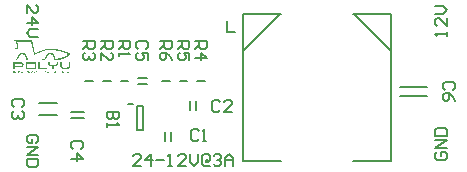
<source format=gto>
G04*
G04 #@! TF.GenerationSoftware,Altium Limited,Altium Designer,23.9.2 (47)*
G04*
G04 Layer_Color=65535*
%FSLAX25Y25*%
%MOIN*%
G70*
G04*
G04 #@! TF.SameCoordinates,BF07538D-496F-460C-9621-901CF389F750*
G04*
G04*
G04 #@! TF.FilePolarity,Positive*
G04*
G01*
G75*
%ADD10C,0.00500*%
%ADD11C,0.00600*%
%ADD12C,0.00787*%
%ADD13C,0.00799*%
G36*
X10257Y44653D02*
X10363D01*
Y44638D01*
X10408D01*
Y44622D01*
X10438D01*
Y44607D01*
X10453D01*
Y44592D01*
X10484D01*
Y44577D01*
X10499D01*
Y44562D01*
X10514D01*
Y44532D01*
X10529D01*
Y44517D01*
X10544D01*
Y44486D01*
X10559D01*
Y44441D01*
X10574D01*
Y44396D01*
X10589D01*
Y44335D01*
X10605D01*
Y44275D01*
X10620D01*
Y44214D01*
X10635D01*
Y44154D01*
X10650D01*
Y44093D01*
X10665D01*
Y44018D01*
X10680D01*
Y43957D01*
X10695D01*
Y43882D01*
X10710D01*
Y43806D01*
X10725D01*
Y43730D01*
X10741D01*
Y43655D01*
X10756D01*
Y43579D01*
X10771D01*
Y43504D01*
X10786D01*
Y43428D01*
X10801D01*
Y43352D01*
X10816D01*
Y43277D01*
X10831D01*
Y43201D01*
X10846D01*
Y43126D01*
X10862D01*
Y43050D01*
X10877D01*
Y42959D01*
X10892D01*
Y42884D01*
X10907D01*
Y42808D01*
X10922D01*
Y42717D01*
X10937D01*
Y42642D01*
X10952D01*
Y42551D01*
X10967D01*
Y42476D01*
X10983D01*
Y42400D01*
X10998D01*
Y42309D01*
X11013D01*
Y42234D01*
X11028D01*
Y42143D01*
X11043D01*
Y42067D01*
X11058D01*
Y41977D01*
X11073D01*
Y41901D01*
X11088D01*
Y41810D01*
X11103D01*
Y41735D01*
X11119D01*
Y41644D01*
X11134D01*
Y41568D01*
X11149D01*
Y41493D01*
X11164D01*
Y41402D01*
X11179D01*
Y41326D01*
X11194D01*
Y41236D01*
X11209D01*
Y41160D01*
X11224D01*
Y41085D01*
X11240D01*
Y40994D01*
X11255D01*
Y40918D01*
X11270D01*
Y40843D01*
X11285D01*
Y40767D01*
X11300D01*
Y40692D01*
X11315D01*
Y40616D01*
X11330D01*
Y40540D01*
X11345D01*
Y40465D01*
X11361D01*
Y40389D01*
X11376D01*
Y40314D01*
X11391D01*
Y40253D01*
X11406D01*
Y40193D01*
X11421D01*
Y40147D01*
X11451D01*
Y40162D01*
X11466D01*
Y40177D01*
X11497D01*
Y40193D01*
X11527D01*
Y40208D01*
X11557D01*
Y40223D01*
X11587D01*
Y40238D01*
X11618D01*
Y40253D01*
X11648D01*
Y40268D01*
X11678D01*
Y40283D01*
X11708D01*
Y40298D01*
X11738D01*
Y40314D01*
X11769D01*
Y40329D01*
X11799D01*
Y40344D01*
X11829D01*
Y40359D01*
X11859D01*
Y40374D01*
X11890D01*
Y40389D01*
X11920D01*
Y40404D01*
X11950D01*
Y40419D01*
X11980D01*
Y40435D01*
X12011D01*
Y40450D01*
X12041D01*
Y40465D01*
X12071D01*
Y40480D01*
X12116D01*
Y40495D01*
X12147D01*
Y40510D01*
X12177D01*
Y40525D01*
X12207D01*
Y40540D01*
X12237D01*
Y40555D01*
X12268D01*
Y40571D01*
X12298D01*
Y40586D01*
X12328D01*
Y40601D01*
X12374D01*
Y40616D01*
X12404D01*
Y40631D01*
X12434D01*
Y40646D01*
X12464D01*
Y40661D01*
X12494D01*
Y40676D01*
X12540D01*
Y40692D01*
X12570D01*
Y40707D01*
X12600D01*
Y40722D01*
X12630D01*
Y40737D01*
X12676D01*
Y40752D01*
X12706D01*
Y40767D01*
X12736D01*
Y40782D01*
X12766D01*
Y40797D01*
X12812D01*
Y40812D01*
X12842D01*
Y40828D01*
X12872D01*
Y40843D01*
X12918D01*
Y40858D01*
X12948D01*
Y40873D01*
X12978D01*
Y40888D01*
X13024D01*
Y40903D01*
X13054D01*
Y40918D01*
X13084D01*
Y40933D01*
X13129D01*
Y40949D01*
X13160D01*
Y40964D01*
X13190D01*
Y40979D01*
X13235D01*
Y40994D01*
X13265D01*
Y41009D01*
X13311D01*
Y41024D01*
X13341D01*
Y41039D01*
X13371D01*
Y41054D01*
X13417D01*
Y41069D01*
X13447D01*
Y41085D01*
X13492D01*
Y41100D01*
X13522D01*
Y41115D01*
X13568D01*
Y41130D01*
X13598D01*
Y41145D01*
X13644D01*
Y41160D01*
X13674D01*
Y41175D01*
X13719D01*
Y41190D01*
X13749D01*
Y41205D01*
X13795D01*
Y41221D01*
X13825D01*
Y41236D01*
X13870D01*
Y41251D01*
X13916D01*
Y41266D01*
X13946D01*
Y41281D01*
X13991D01*
Y41296D01*
X14037D01*
Y41311D01*
X14067D01*
Y41326D01*
X14112D01*
Y41342D01*
X14157D01*
Y41357D01*
X14188D01*
Y41372D01*
X14233D01*
Y41387D01*
X14278D01*
Y41402D01*
X14324D01*
Y41417D01*
X14369D01*
Y41432D01*
X14430D01*
Y41447D01*
X14475D01*
Y41463D01*
X14520D01*
Y41478D01*
X14581D01*
Y41493D01*
X14626D01*
Y41508D01*
X14687D01*
Y41523D01*
X14747D01*
Y41538D01*
X14808D01*
Y41553D01*
X14868D01*
Y41568D01*
X14929D01*
Y41583D01*
X14989D01*
Y41599D01*
X15065D01*
Y41614D01*
X15125D01*
Y41629D01*
X15201D01*
Y41644D01*
X15276D01*
Y41659D01*
X15352D01*
Y41674D01*
X15443D01*
Y41689D01*
X15533D01*
Y41704D01*
X15624D01*
Y41720D01*
X15730D01*
Y41735D01*
X15851D01*
Y41750D01*
X15972D01*
Y41765D01*
X16138D01*
Y41780D01*
X16350D01*
Y41795D01*
X17015D01*
Y41780D01*
X17302D01*
Y41765D01*
X17499D01*
Y41750D01*
X17680D01*
Y41735D01*
X17847D01*
Y41720D01*
X17983D01*
Y41704D01*
X18119D01*
Y41689D01*
X18255D01*
Y41674D01*
X18361D01*
Y41659D01*
X18482D01*
Y41644D01*
X18587D01*
Y41629D01*
X18693D01*
Y41614D01*
X18799D01*
Y41599D01*
X18890D01*
Y41583D01*
X18981D01*
Y41568D01*
X19071D01*
Y41553D01*
X19162D01*
Y41538D01*
X19253D01*
Y41523D01*
X19328D01*
Y41508D01*
X19419D01*
Y41493D01*
X19494D01*
Y41478D01*
X19570D01*
Y41463D01*
X19646D01*
Y41447D01*
X19721D01*
Y41432D01*
X19797D01*
Y41417D01*
X19857D01*
Y41402D01*
X19933D01*
Y41387D01*
X19994D01*
Y41372D01*
X20069D01*
Y41357D01*
X20130D01*
Y41342D01*
X20190D01*
Y41326D01*
X20251D01*
Y41311D01*
X20311D01*
Y41296D01*
X20371D01*
Y41281D01*
X20432D01*
Y41266D01*
X20477D01*
Y41251D01*
X20538D01*
Y41236D01*
X20583D01*
Y41221D01*
X20644D01*
Y41205D01*
X20689D01*
Y41190D01*
X20734D01*
Y41175D01*
X20795D01*
Y41160D01*
X20840D01*
Y41145D01*
X20886D01*
Y41130D01*
X20931D01*
Y41115D01*
X20976D01*
Y41100D01*
X21037D01*
Y41085D01*
X21082D01*
Y41069D01*
X21127D01*
Y41054D01*
X21173D01*
Y41039D01*
X21218D01*
Y41024D01*
X21263D01*
Y41009D01*
X21309D01*
Y40994D01*
X21339D01*
Y40979D01*
X21384D01*
Y40964D01*
X21430D01*
Y40949D01*
X21475D01*
Y40933D01*
X21520D01*
Y40918D01*
X21566D01*
Y40903D01*
X21596D01*
Y40888D01*
X21642D01*
Y40873D01*
X21687D01*
Y40858D01*
X21717D01*
Y40843D01*
X21762D01*
Y40828D01*
X21808D01*
Y40812D01*
X21838D01*
Y40797D01*
X21883D01*
Y40782D01*
X21929D01*
Y40767D01*
X21959D01*
Y40752D01*
X22004D01*
Y40737D01*
X22035D01*
Y40722D01*
X22080D01*
Y40707D01*
X22110D01*
Y40692D01*
X22155D01*
Y40676D01*
X22186D01*
Y40661D01*
X22231D01*
Y40646D01*
X22261D01*
Y40631D01*
X22292D01*
Y40616D01*
X22337D01*
Y40601D01*
X22367D01*
Y40586D01*
X22397D01*
Y40571D01*
X22443D01*
Y40555D01*
X22473D01*
Y40540D01*
X22503D01*
Y40525D01*
X22534D01*
Y40510D01*
X22579D01*
Y40495D01*
X22609D01*
Y40480D01*
X22639D01*
Y40465D01*
X22670D01*
Y40450D01*
X22700D01*
Y40435D01*
X22730D01*
Y40419D01*
X22760D01*
Y40404D01*
X22791D01*
Y40389D01*
X22821D01*
Y40374D01*
X22851D01*
Y40359D01*
X22881D01*
Y40344D01*
X22911D01*
Y40329D01*
X22942D01*
Y40314D01*
X22957D01*
Y40298D01*
X22987D01*
Y40283D01*
X23017D01*
Y40268D01*
X23047D01*
Y40253D01*
X23063D01*
Y40238D01*
X23093D01*
Y40223D01*
X23108D01*
Y40208D01*
X23138D01*
Y40193D01*
X23153D01*
Y40177D01*
X23168D01*
Y40162D01*
X23184D01*
Y40147D01*
X23199D01*
Y40132D01*
X23214D01*
Y40117D01*
X23229D01*
Y40102D01*
X23244D01*
Y39996D01*
X23229D01*
Y39966D01*
X23214D01*
Y39935D01*
X23199D01*
Y39920D01*
X23184D01*
Y39890D01*
X23168D01*
Y39875D01*
X23153D01*
Y39860D01*
X23138D01*
Y39845D01*
X23123D01*
Y39830D01*
X23108D01*
Y39815D01*
X23093D01*
Y39784D01*
X23078D01*
Y39769D01*
X23063D01*
Y39754D01*
X23047D01*
Y39739D01*
X23017D01*
Y39724D01*
X23002D01*
Y39709D01*
X22987D01*
Y39694D01*
X22972D01*
Y39678D01*
X22957D01*
Y39663D01*
X22942D01*
Y39648D01*
X22927D01*
Y39633D01*
X22911D01*
Y39618D01*
X22881D01*
Y39603D01*
X22866D01*
Y39588D01*
X22851D01*
Y39573D01*
X22836D01*
Y39558D01*
X22806D01*
Y39542D01*
X22791D01*
Y39527D01*
X22775D01*
Y39512D01*
X22760D01*
Y39497D01*
X22730D01*
Y39482D01*
X22715D01*
Y39467D01*
X22700D01*
Y39452D01*
X22670D01*
Y39437D01*
X22654D01*
Y39421D01*
X22624D01*
Y39406D01*
X22609D01*
Y39391D01*
X22594D01*
Y39376D01*
X22564D01*
Y39361D01*
X22549D01*
Y39346D01*
X22518D01*
Y39331D01*
X22503D01*
Y39316D01*
X22473D01*
Y39301D01*
X22458D01*
Y39285D01*
X22428D01*
Y39270D01*
X22412D01*
Y39255D01*
X22382D01*
Y39240D01*
X22367D01*
Y39225D01*
X22337D01*
Y39210D01*
X22322D01*
Y39195D01*
X22292D01*
Y39180D01*
X22276D01*
Y39165D01*
X22246D01*
Y39149D01*
X22216D01*
Y39134D01*
X22201D01*
Y39119D01*
X22171D01*
Y39104D01*
X22140D01*
Y39089D01*
X22125D01*
Y39074D01*
X22095D01*
Y39059D01*
X22065D01*
Y39044D01*
X22050D01*
Y39028D01*
X22019D01*
Y39013D01*
X21989D01*
Y38998D01*
X21974D01*
Y38983D01*
X21944D01*
Y38968D01*
X21914D01*
Y38953D01*
X21883D01*
Y38938D01*
X21853D01*
Y38923D01*
X21838D01*
Y38907D01*
X21808D01*
Y38892D01*
X21778D01*
Y38877D01*
X21747D01*
Y38862D01*
X21717D01*
Y38847D01*
X21687D01*
Y38832D01*
X21657D01*
Y38817D01*
X21626D01*
Y38802D01*
X21596D01*
Y38787D01*
X21566D01*
Y38771D01*
X21536D01*
Y38756D01*
X21505D01*
Y38741D01*
X21475D01*
Y38726D01*
X21445D01*
Y38711D01*
X21415D01*
Y38696D01*
X21384D01*
Y38681D01*
X21339D01*
Y38666D01*
X21309D01*
Y38650D01*
X21279D01*
Y38635D01*
X21233D01*
Y38620D01*
X21203D01*
Y38605D01*
X21158D01*
Y38590D01*
X21127D01*
Y38575D01*
X21082D01*
Y38560D01*
X21052D01*
Y38545D01*
X21007D01*
Y38530D01*
X20976D01*
Y38514D01*
X20931D01*
Y38499D01*
X20886D01*
Y38484D01*
X20840D01*
Y38469D01*
X20810D01*
Y38454D01*
X20764D01*
Y38439D01*
X20719D01*
Y38424D01*
X20674D01*
Y38408D01*
X20628D01*
Y38393D01*
X20583D01*
Y38378D01*
X20523D01*
Y38363D01*
X20477D01*
Y38348D01*
X20432D01*
Y38333D01*
X20387D01*
Y38318D01*
X20326D01*
Y38303D01*
X20281D01*
Y38288D01*
X20220D01*
Y38272D01*
X20175D01*
Y38257D01*
X20114D01*
Y38242D01*
X20054D01*
Y38227D01*
X19994D01*
Y38212D01*
X19948D01*
Y38197D01*
X19873D01*
Y38182D01*
X19812D01*
Y38167D01*
X19752D01*
Y38151D01*
X19691D01*
Y38136D01*
X19615D01*
Y38121D01*
X19540D01*
Y38106D01*
X19464D01*
Y38091D01*
X19374D01*
Y38076D01*
X19283D01*
Y38061D01*
X19192D01*
Y38046D01*
X19086D01*
Y38030D01*
X18996D01*
Y38015D01*
X18890D01*
Y38000D01*
X18799D01*
Y37985D01*
X18693D01*
Y37970D01*
X18587D01*
Y37955D01*
X18451D01*
Y37940D01*
X18300D01*
Y37925D01*
X18028D01*
Y37940D01*
X17967D01*
Y37955D01*
X17922D01*
Y37970D01*
X17907D01*
Y37985D01*
X17892D01*
Y38000D01*
X17877D01*
Y38030D01*
X17862D01*
Y38106D01*
X17847D01*
Y38167D01*
Y38182D01*
X17831D01*
Y38272D01*
X17816D01*
Y38363D01*
X17801D01*
Y38439D01*
X17786D01*
Y38530D01*
X17771D01*
Y38605D01*
X17756D01*
Y38666D01*
X17741D01*
Y38741D01*
X17726D01*
Y38802D01*
X17710D01*
Y38862D01*
X17695D01*
Y38923D01*
X17680D01*
Y38983D01*
X17665D01*
Y39028D01*
X17650D01*
Y39074D01*
X17635D01*
Y39119D01*
X17620D01*
Y39149D01*
X17605D01*
Y39180D01*
X17590D01*
Y39210D01*
X17574D01*
Y39255D01*
X17559D01*
Y39270D01*
X17544D01*
Y39301D01*
X17529D01*
Y39331D01*
X17514D01*
Y39361D01*
X17499D01*
Y39391D01*
X17484D01*
Y39406D01*
X17469D01*
Y39437D01*
X17454D01*
Y39452D01*
X17438D01*
Y39482D01*
X17423D01*
Y39497D01*
X17408D01*
Y39512D01*
X17393D01*
Y39542D01*
X17378D01*
Y39558D01*
X17363D01*
Y39573D01*
X17348D01*
Y39588D01*
X17333D01*
Y39603D01*
X17317D01*
Y39618D01*
X17302D01*
Y39648D01*
X17287D01*
Y39663D01*
X17272D01*
Y39678D01*
X17257D01*
Y39694D01*
X17227D01*
Y39709D01*
X17212D01*
Y39724D01*
X17196D01*
Y39739D01*
X17181D01*
Y39754D01*
X17166D01*
Y39769D01*
X17151D01*
Y39784D01*
X17121D01*
Y39799D01*
X17106D01*
Y39815D01*
X17075D01*
Y39830D01*
X17060D01*
Y39845D01*
X17030D01*
Y39860D01*
X17015D01*
Y39875D01*
X16985D01*
Y39890D01*
X16954D01*
Y39905D01*
X16924D01*
Y39920D01*
X16894D01*
Y39935D01*
X16864D01*
Y39951D01*
X16818D01*
Y39966D01*
X16773D01*
Y39981D01*
X16713D01*
Y39996D01*
X16622D01*
Y40011D01*
X16395D01*
Y39996D01*
X16319D01*
Y39981D01*
X16259D01*
Y39966D01*
X16229D01*
Y39951D01*
X16183D01*
Y39935D01*
X16153D01*
Y39920D01*
X16123D01*
Y39905D01*
X16108D01*
Y39890D01*
X16078D01*
Y39875D01*
X16062D01*
Y39860D01*
X16032D01*
Y39845D01*
X16017D01*
Y39830D01*
X16002D01*
Y39815D01*
X15987D01*
Y39799D01*
X15957D01*
Y39784D01*
X15942D01*
Y39769D01*
X15926D01*
Y39754D01*
X15911D01*
Y39739D01*
X15896D01*
Y39724D01*
X15881D01*
Y39709D01*
X15866D01*
Y39678D01*
X15851D01*
Y39663D01*
X15836D01*
Y39648D01*
X15821D01*
Y39633D01*
X15805D01*
Y39603D01*
X15790D01*
Y39588D01*
X15775D01*
Y39573D01*
X15760D01*
Y39542D01*
X15745D01*
Y39527D01*
X15730D01*
Y39497D01*
X15715D01*
Y39482D01*
X15700D01*
Y39452D01*
X15685D01*
Y39437D01*
X15669D01*
Y39406D01*
X15654D01*
Y39376D01*
X15639D01*
Y39361D01*
X15624D01*
Y39331D01*
X15609D01*
Y39301D01*
X15594D01*
Y39270D01*
X15579D01*
Y39255D01*
X15564D01*
Y39225D01*
X15549D01*
Y39195D01*
X15533D01*
Y39165D01*
X15518D01*
Y39134D01*
X15503D01*
Y39104D01*
X15488D01*
Y39074D01*
X15473D01*
Y39044D01*
X15458D01*
Y39013D01*
X15443D01*
Y38983D01*
X15428D01*
Y38968D01*
X15412D01*
Y38938D01*
X15397D01*
Y38907D01*
X15382D01*
Y38877D01*
X15367D01*
Y38847D01*
X15352D01*
Y38817D01*
X15337D01*
Y38787D01*
X15322D01*
Y38756D01*
X15307D01*
Y38726D01*
X15291D01*
Y38696D01*
X15276D01*
Y38681D01*
X15261D01*
Y38650D01*
X15246D01*
Y38620D01*
X15231D01*
Y38590D01*
X15216D01*
Y38575D01*
X15201D01*
Y38545D01*
X15186D01*
Y38514D01*
X15170D01*
Y38499D01*
X15155D01*
Y38469D01*
X15140D01*
Y38454D01*
X15125D01*
Y38424D01*
X15110D01*
Y38408D01*
X15095D01*
Y38393D01*
X15080D01*
Y38363D01*
X15065D01*
Y38348D01*
X15049D01*
Y38333D01*
X15034D01*
Y38318D01*
X15019D01*
Y38303D01*
X15004D01*
Y38288D01*
X14989D01*
Y38272D01*
X14974D01*
Y38257D01*
X14959D01*
Y38242D01*
X14944D01*
Y38227D01*
X14929D01*
Y38212D01*
X14913D01*
Y38197D01*
X14898D01*
Y38182D01*
X14883D01*
Y38167D01*
X14868D01*
Y38151D01*
X14838D01*
Y38136D01*
X14823D01*
Y38121D01*
X14793D01*
Y38106D01*
X14777D01*
Y38091D01*
X14747D01*
Y38076D01*
X14732D01*
Y38061D01*
X14687D01*
Y38046D01*
X14626D01*
Y38030D01*
X14551D01*
Y38015D01*
X14445D01*
Y38000D01*
X14309D01*
Y37985D01*
X14127D01*
Y37970D01*
X13870D01*
Y37955D01*
X13507D01*
Y37940D01*
X12857D01*
Y37925D01*
X11149D01*
Y37955D01*
X11164D01*
Y37970D01*
X11179D01*
Y37985D01*
X11209D01*
Y38000D01*
X11255D01*
Y38015D01*
X11300D01*
Y38030D01*
X11376D01*
Y38046D01*
X11466D01*
Y38061D01*
X11572D01*
Y38076D01*
X11708D01*
Y38091D01*
X11859D01*
Y38106D01*
X12056D01*
Y38121D01*
X12268D01*
Y38136D01*
X12509D01*
Y38151D01*
X12751D01*
Y38167D01*
X13009D01*
Y38182D01*
X13250D01*
Y38197D01*
X13477D01*
Y38212D01*
X13659D01*
Y38227D01*
X13825D01*
Y38242D01*
X13961D01*
Y38257D01*
X14052D01*
Y38272D01*
X14127D01*
Y38288D01*
X14203D01*
Y38303D01*
X14248D01*
Y38318D01*
X14294D01*
Y38333D01*
X14339D01*
Y38348D01*
X14384D01*
Y38363D01*
X14414D01*
Y38378D01*
X14445D01*
Y38393D01*
X14475D01*
Y38408D01*
X14505D01*
Y38424D01*
X14536D01*
Y38439D01*
X14566D01*
Y38454D01*
X14596D01*
Y38469D01*
X14611D01*
Y38484D01*
X14641D01*
Y38499D01*
X14656D01*
Y38514D01*
X14672D01*
Y38530D01*
X14702D01*
Y38545D01*
X14717D01*
Y38560D01*
X14732D01*
Y38575D01*
X14747D01*
Y38590D01*
X14762D01*
Y38605D01*
X14777D01*
Y38620D01*
X14793D01*
Y38635D01*
X14808D01*
Y38666D01*
X14823D01*
Y38681D01*
X14838D01*
Y38696D01*
X14853D01*
Y38711D01*
X14868D01*
Y38741D01*
X14883D01*
Y38756D01*
X14898D01*
Y38787D01*
X14913D01*
Y38817D01*
X14929D01*
Y38832D01*
X14944D01*
Y38862D01*
X14959D01*
Y38892D01*
X14974D01*
Y38923D01*
X14989D01*
Y38953D01*
X15004D01*
Y38983D01*
X15019D01*
Y39013D01*
X15034D01*
Y39044D01*
X15049D01*
Y39074D01*
X15065D01*
Y39104D01*
X15080D01*
Y39134D01*
X15095D01*
Y39165D01*
X15110D01*
Y39210D01*
X15125D01*
Y39240D01*
X15140D01*
Y39270D01*
X15155D01*
Y39301D01*
X15170D01*
Y39346D01*
X15186D01*
Y39376D01*
X15201D01*
Y39406D01*
X15216D01*
Y39452D01*
X15231D01*
Y39482D01*
X15246D01*
Y39512D01*
X15261D01*
Y39542D01*
X15276D01*
Y39573D01*
X15291D01*
Y39603D01*
X15307D01*
Y39633D01*
X15322D01*
Y39663D01*
X15337D01*
Y39694D01*
X15352D01*
Y39709D01*
X15367D01*
Y39739D01*
X15382D01*
Y39769D01*
X15397D01*
Y39784D01*
X15412D01*
Y39815D01*
X15428D01*
Y39830D01*
X15443D01*
Y39860D01*
X15458D01*
Y39875D01*
X15473D01*
Y39890D01*
X15488D01*
Y39920D01*
X15503D01*
Y39935D01*
X15518D01*
Y39951D01*
X15533D01*
Y39966D01*
X15549D01*
Y39996D01*
X15564D01*
Y40011D01*
X15579D01*
Y40026D01*
X15594D01*
Y40041D01*
X15609D01*
Y40056D01*
X15624D01*
Y40072D01*
X15639D01*
Y40087D01*
X15654D01*
Y40102D01*
X15669D01*
Y40117D01*
X15685D01*
Y40132D01*
X15700D01*
Y40147D01*
X15715D01*
Y40162D01*
X15730D01*
Y40177D01*
X15745D01*
Y40193D01*
X15760D01*
Y40208D01*
X15775D01*
Y40223D01*
X15805D01*
Y40238D01*
X15821D01*
Y40253D01*
X15836D01*
Y40268D01*
X15851D01*
Y40283D01*
X15881D01*
Y40298D01*
X15896D01*
Y40314D01*
X15926D01*
Y40329D01*
X15957D01*
Y40344D01*
X15972D01*
Y40359D01*
X16002D01*
Y40374D01*
X16032D01*
Y40389D01*
X16062D01*
Y40404D01*
X16108D01*
Y40419D01*
X16138D01*
Y40435D01*
X16183D01*
Y40450D01*
X16244D01*
Y40465D01*
X16304D01*
Y40480D01*
X16425D01*
Y40495D01*
X16607D01*
Y40480D01*
X16743D01*
Y40465D01*
X16834D01*
Y40450D01*
X16894D01*
Y40435D01*
X16954D01*
Y40419D01*
X17000D01*
Y40404D01*
X17045D01*
Y40389D01*
X17091D01*
Y40374D01*
X17121D01*
Y40359D01*
X17151D01*
Y40344D01*
X17196D01*
Y40329D01*
X17227D01*
Y40314D01*
X17257D01*
Y40298D01*
X17272D01*
Y40283D01*
X17302D01*
Y40268D01*
X17333D01*
Y40253D01*
X17348D01*
Y40238D01*
X17378D01*
Y40223D01*
X17393D01*
Y40208D01*
X17423D01*
Y40193D01*
X17438D01*
Y40177D01*
X17454D01*
Y40162D01*
X17484D01*
Y40147D01*
X17499D01*
Y40132D01*
X17514D01*
Y40117D01*
X17529D01*
Y40102D01*
X17559D01*
Y40087D01*
X17574D01*
Y40072D01*
X17590D01*
Y40056D01*
X17605D01*
Y40041D01*
X17620D01*
Y40026D01*
X17635D01*
Y40011D01*
X17650D01*
Y39996D01*
X17665D01*
Y39981D01*
X17680D01*
Y39966D01*
X17695D01*
Y39935D01*
X17710D01*
Y39920D01*
X17726D01*
Y39905D01*
X17741D01*
Y39890D01*
X17756D01*
Y39875D01*
X17771D01*
Y39845D01*
X17786D01*
Y39830D01*
X17801D01*
Y39815D01*
X17816D01*
Y39784D01*
X17831D01*
Y39769D01*
X17847D01*
Y39739D01*
X17862D01*
Y39724D01*
X17877D01*
Y39694D01*
X17892D01*
Y39663D01*
X17907D01*
Y39648D01*
X17922D01*
Y39618D01*
X17937D01*
Y39588D01*
X17952D01*
Y39558D01*
X17967D01*
Y39527D01*
X17983D01*
Y39482D01*
X17998D01*
Y39452D01*
X18013D01*
Y39421D01*
X18028D01*
Y39376D01*
X18043D01*
Y39331D01*
X18058D01*
Y39285D01*
X18073D01*
Y39240D01*
X18089D01*
Y39195D01*
X18104D01*
Y39134D01*
X18119D01*
Y39074D01*
X18134D01*
Y39013D01*
X18149D01*
Y38953D01*
X18164D01*
Y38877D01*
X18179D01*
Y38817D01*
X18194D01*
Y38771D01*
X18209D01*
Y38711D01*
X18225D01*
Y38681D01*
X18240D01*
Y38635D01*
X18255D01*
Y38605D01*
X18270D01*
Y38575D01*
X18285D01*
Y38560D01*
X18300D01*
Y38530D01*
X18315D01*
Y38514D01*
X18330D01*
Y38499D01*
X18361D01*
Y38484D01*
X18391D01*
Y38469D01*
X18633D01*
Y38484D01*
X18769D01*
Y38499D01*
X18875D01*
Y38514D01*
X18965D01*
Y38530D01*
X19056D01*
Y38545D01*
X19147D01*
Y38560D01*
X19238D01*
Y38575D01*
X19313D01*
Y38590D01*
X19389D01*
Y38605D01*
X19464D01*
Y38620D01*
X19540D01*
Y38635D01*
X19600D01*
Y38650D01*
X19676D01*
Y38666D01*
X19736D01*
Y38681D01*
X19812D01*
Y38696D01*
X19873D01*
Y38711D01*
X19933D01*
Y38726D01*
X19994D01*
Y38741D01*
X20054D01*
Y38756D01*
X20114D01*
Y38771D01*
X20175D01*
Y38787D01*
X20235D01*
Y38802D01*
X20296D01*
Y38817D01*
X20341D01*
Y38832D01*
X20387D01*
Y38847D01*
X20447D01*
Y38862D01*
X20492D01*
Y38877D01*
X20538D01*
Y38892D01*
X20583D01*
Y38907D01*
X20628D01*
Y38923D01*
X20674D01*
Y38938D01*
X20704D01*
Y38953D01*
X20749D01*
Y38968D01*
X20795D01*
Y38983D01*
X20840D01*
Y38998D01*
X20870D01*
Y39013D01*
X20916D01*
Y39028D01*
X20946D01*
Y39044D01*
X20991D01*
Y39059D01*
X21037D01*
Y39074D01*
X21067D01*
Y39089D01*
X21097D01*
Y39104D01*
X21143D01*
Y39119D01*
X21173D01*
Y39134D01*
X21218D01*
Y39149D01*
X21248D01*
Y39165D01*
X21279D01*
Y39180D01*
X21324D01*
Y39195D01*
X21354D01*
Y39210D01*
X21384D01*
Y39225D01*
X21415D01*
Y39240D01*
X21460D01*
Y39255D01*
X21490D01*
Y39270D01*
X21520D01*
Y39285D01*
X21551D01*
Y39301D01*
X21581D01*
Y39316D01*
X21611D01*
Y39331D01*
X21642D01*
Y39346D01*
X21672D01*
Y39361D01*
X21702D01*
Y39376D01*
X21732D01*
Y39391D01*
X21762D01*
Y39406D01*
X21793D01*
Y39421D01*
X21808D01*
Y39437D01*
X21838D01*
Y39452D01*
X21868D01*
Y39467D01*
X21899D01*
Y39482D01*
X21914D01*
Y39497D01*
X21944D01*
Y39512D01*
X21959D01*
Y39527D01*
X21989D01*
Y39542D01*
X22004D01*
Y39558D01*
X22035D01*
Y39573D01*
X22050D01*
Y39588D01*
X22080D01*
Y39603D01*
X22095D01*
Y39618D01*
X22110D01*
Y39633D01*
X22140D01*
Y39648D01*
X22155D01*
Y39663D01*
X22171D01*
Y39678D01*
X22186D01*
Y39694D01*
X22201D01*
Y39709D01*
X22216D01*
Y39724D01*
X22231D01*
Y39739D01*
X22246D01*
Y39754D01*
X22261D01*
Y39769D01*
X22276D01*
Y39799D01*
X22292D01*
Y39815D01*
X22307D01*
Y39845D01*
X22322D01*
Y39890D01*
X22337D01*
Y39966D01*
X22322D01*
Y39996D01*
X22307D01*
Y40026D01*
X22292D01*
Y40041D01*
X22276D01*
Y40056D01*
X22261D01*
Y40072D01*
X22246D01*
Y40087D01*
X22231D01*
Y40102D01*
X22201D01*
Y40117D01*
X22186D01*
Y40132D01*
X22155D01*
Y40147D01*
X22140D01*
Y40162D01*
X22110D01*
Y40177D01*
X22080D01*
Y40193D01*
X22065D01*
Y40208D01*
X22035D01*
Y40223D01*
X22004D01*
Y40238D01*
X21974D01*
Y40253D01*
X21944D01*
Y40268D01*
X21914D01*
Y40283D01*
X21883D01*
Y40298D01*
X21853D01*
Y40314D01*
X21808D01*
Y40329D01*
X21778D01*
Y40344D01*
X21747D01*
Y40359D01*
X21702D01*
Y40374D01*
X21672D01*
Y40389D01*
X21626D01*
Y40404D01*
X21596D01*
Y40419D01*
X21551D01*
Y40435D01*
X21520D01*
Y40450D01*
X21475D01*
Y40465D01*
X21430D01*
Y40480D01*
X21399D01*
Y40495D01*
X21354D01*
Y40510D01*
X21309D01*
Y40525D01*
X21263D01*
Y40540D01*
X21218D01*
Y40555D01*
X21173D01*
Y40571D01*
X21127D01*
Y40586D01*
X21082D01*
Y40601D01*
X21037D01*
Y40616D01*
X20991D01*
Y40631D01*
X20946D01*
Y40646D01*
X20901D01*
Y40661D01*
X20840D01*
Y40676D01*
X20795D01*
Y40692D01*
X20749D01*
Y40707D01*
X20689D01*
Y40722D01*
X20644D01*
Y40737D01*
X20598D01*
Y40752D01*
X20538D01*
Y40767D01*
X20492D01*
Y40782D01*
X20432D01*
Y40797D01*
X20387D01*
Y40812D01*
X20326D01*
Y40828D01*
X20266D01*
Y40843D01*
X20220D01*
Y40858D01*
X20160D01*
Y40873D01*
X20099D01*
Y40888D01*
X20039D01*
Y40903D01*
X19978D01*
Y40918D01*
X19918D01*
Y40933D01*
X19857D01*
Y40949D01*
X19797D01*
Y40964D01*
X19736D01*
Y40979D01*
X19676D01*
Y40994D01*
X19615D01*
Y41009D01*
X19540D01*
Y41024D01*
X19479D01*
Y41039D01*
X19404D01*
Y41054D01*
X19343D01*
Y41069D01*
X19268D01*
Y41085D01*
X19192D01*
Y41100D01*
X19117D01*
Y41115D01*
X19041D01*
Y41130D01*
X18965D01*
Y41145D01*
X18875D01*
Y41160D01*
X18799D01*
Y41175D01*
X18708D01*
Y41190D01*
X18618D01*
Y41205D01*
X18512D01*
Y41221D01*
X18421D01*
Y41236D01*
X18315D01*
Y41251D01*
X18194D01*
Y41266D01*
X18073D01*
Y41281D01*
X17952D01*
Y41296D01*
X17801D01*
Y41311D01*
X17650D01*
Y41326D01*
X17469D01*
Y41342D01*
X17257D01*
Y41357D01*
X16985D01*
Y41372D01*
X16516D01*
Y41387D01*
X16153D01*
Y41372D01*
X15881D01*
Y41357D01*
X15730D01*
Y41342D01*
X15609D01*
Y41326D01*
X15503D01*
Y41311D01*
X15412D01*
Y41296D01*
X15322D01*
Y41281D01*
X15246D01*
Y41266D01*
X15186D01*
Y41251D01*
X15110D01*
Y41236D01*
X15049D01*
Y41221D01*
X14989D01*
Y41205D01*
X14913D01*
Y41190D01*
X14853D01*
Y41175D01*
X14808D01*
Y41160D01*
X14747D01*
Y41145D01*
X14687D01*
Y41130D01*
X14626D01*
Y41115D01*
X14581D01*
Y41100D01*
X14536D01*
Y41085D01*
X14475D01*
Y41069D01*
X14430D01*
Y41054D01*
X14384D01*
Y41039D01*
X14339D01*
Y41024D01*
X14294D01*
Y41009D01*
X14248D01*
Y40994D01*
X14203D01*
Y40979D01*
X14157D01*
Y40964D01*
X14112D01*
Y40949D01*
X14082D01*
Y40933D01*
X14037D01*
Y40918D01*
X13991D01*
Y40903D01*
X13946D01*
Y40888D01*
X13901D01*
Y40873D01*
X13870D01*
Y40858D01*
X13825D01*
Y40843D01*
X13780D01*
Y40828D01*
X13749D01*
Y40812D01*
X13704D01*
Y40797D01*
X13659D01*
Y40782D01*
X13628D01*
Y40767D01*
X13583D01*
Y40752D01*
X13538D01*
Y40737D01*
X13507D01*
Y40722D01*
X13462D01*
Y40707D01*
X13417D01*
Y40692D01*
X13386D01*
Y40676D01*
X13341D01*
Y40661D01*
X13311D01*
Y40646D01*
X13265D01*
Y40631D01*
X13235D01*
Y40616D01*
X13190D01*
Y40601D01*
X13145D01*
Y40586D01*
X13114D01*
Y40571D01*
X13069D01*
Y40555D01*
X13039D01*
Y40540D01*
X12993D01*
Y40525D01*
X12963D01*
Y40510D01*
X12918D01*
Y40495D01*
X12888D01*
Y40480D01*
X12842D01*
Y40465D01*
X12812D01*
Y40450D01*
X12766D01*
Y40435D01*
X12736D01*
Y40419D01*
X12691D01*
Y40404D01*
X12661D01*
Y40389D01*
X12615D01*
Y40374D01*
X12585D01*
Y40359D01*
X12540D01*
Y40344D01*
X12509D01*
Y40329D01*
X12464D01*
Y40314D01*
X12434D01*
Y40298D01*
X12389D01*
Y40283D01*
X12358D01*
Y40268D01*
X12328D01*
Y40253D01*
X12283D01*
Y40238D01*
X12252D01*
Y40223D01*
X12207D01*
Y40208D01*
X12177D01*
Y40193D01*
X12132D01*
Y40177D01*
X12101D01*
Y40162D01*
X12071D01*
Y40147D01*
X12026D01*
Y40132D01*
X11996D01*
Y40117D01*
X11950D01*
Y40102D01*
X11920D01*
Y40087D01*
X11890D01*
Y40072D01*
X11844D01*
Y40056D01*
X11814D01*
Y40041D01*
X11769D01*
Y40026D01*
X11738D01*
Y40011D01*
X11708D01*
Y39996D01*
X11663D01*
Y39981D01*
X11633D01*
Y39966D01*
X11602D01*
Y39951D01*
X11557D01*
Y39935D01*
X11527D01*
Y39920D01*
X11481D01*
Y39905D01*
X11451D01*
Y39890D01*
X11421D01*
Y39875D01*
X11376D01*
Y39860D01*
X11345D01*
Y39845D01*
X11315D01*
Y39830D01*
X11270D01*
Y39815D01*
X11255D01*
Y39860D01*
X11240D01*
Y39920D01*
X11224D01*
Y39966D01*
X11209D01*
Y40026D01*
X11194D01*
Y40087D01*
X11179D01*
Y40147D01*
X11164D01*
Y40193D01*
X11149D01*
Y40253D01*
X11134D01*
Y40314D01*
X11119D01*
Y40374D01*
X11103D01*
Y40435D01*
X11088D01*
Y40495D01*
X11073D01*
Y40540D01*
X11058D01*
Y40601D01*
X11043D01*
Y40661D01*
X11028D01*
Y40722D01*
X11013D01*
Y40782D01*
X10998D01*
Y40843D01*
X10983D01*
Y40903D01*
X10967D01*
Y40964D01*
X10952D01*
Y41024D01*
X10937D01*
Y41085D01*
X10922D01*
Y41145D01*
X10907D01*
Y41205D01*
X10892D01*
Y41266D01*
X10877D01*
Y41326D01*
X10862D01*
Y41387D01*
X10846D01*
Y41447D01*
X10831D01*
Y41508D01*
X10816D01*
Y41568D01*
X10801D01*
Y41629D01*
X10786D01*
Y41689D01*
X10771D01*
Y41750D01*
X10756D01*
Y41810D01*
X10741D01*
Y41871D01*
X10725D01*
Y41931D01*
X10710D01*
Y41992D01*
X10695D01*
Y42052D01*
X10680D01*
Y42113D01*
X10665D01*
Y42173D01*
X10650D01*
Y42234D01*
X10635D01*
Y42294D01*
X10620D01*
Y42355D01*
X10605D01*
Y42415D01*
X10589D01*
Y42476D01*
X10574D01*
Y42536D01*
X10559D01*
Y42597D01*
X10544D01*
Y42672D01*
X10529D01*
Y42733D01*
X10514D01*
Y42793D01*
X10499D01*
Y42854D01*
X10484D01*
Y42914D01*
X10468D01*
Y42974D01*
X10453D01*
Y43035D01*
X10438D01*
Y43095D01*
X10423D01*
Y43156D01*
X10408D01*
Y43216D01*
X10393D01*
Y43277D01*
X10378D01*
Y43337D01*
X10363D01*
Y43398D01*
X10347D01*
Y43458D01*
X10332D01*
Y43519D01*
X10317D01*
Y43579D01*
X10302D01*
Y43640D01*
X10287D01*
Y43700D01*
X10272D01*
Y43761D01*
X10257D01*
Y43821D01*
X10242D01*
Y43882D01*
X10227D01*
Y43942D01*
X10211D01*
Y44003D01*
X10196D01*
Y44063D01*
X10181D01*
Y44124D01*
X10166D01*
Y44169D01*
X10136D01*
Y44184D01*
X9531D01*
Y44199D01*
X6220D01*
Y44184D01*
X5555D01*
Y44078D01*
X5570D01*
Y44003D01*
X5585D01*
Y43912D01*
X5600D01*
Y43836D01*
X5615D01*
Y43761D01*
X5630D01*
Y43685D01*
X5646D01*
Y43594D01*
X5661D01*
Y43534D01*
X5676D01*
Y43458D01*
X5691D01*
Y43383D01*
X5706D01*
Y43307D01*
X5721D01*
Y43231D01*
X5736D01*
Y43156D01*
X5751D01*
Y43080D01*
X5766D01*
Y43005D01*
X5782D01*
Y42929D01*
X5797D01*
Y42854D01*
X5812D01*
Y42793D01*
X5827D01*
Y42717D01*
X5842D01*
Y42642D01*
X5857D01*
Y42566D01*
X5872D01*
Y42491D01*
X5887D01*
Y42415D01*
X5903D01*
Y42340D01*
X5918D01*
Y42249D01*
X5933D01*
Y42173D01*
X5948D01*
Y42098D01*
X5963D01*
Y42007D01*
X5978D01*
Y41901D01*
X5963D01*
Y41886D01*
X5948D01*
Y41871D01*
X5933D01*
Y41856D01*
X5903D01*
Y41840D01*
X5857D01*
Y41825D01*
X5812D01*
Y41810D01*
X5751D01*
Y41795D01*
X5691D01*
Y41780D01*
X5600D01*
Y41765D01*
X5509D01*
Y41750D01*
X5404D01*
Y41735D01*
X5268D01*
Y41720D01*
X5101D01*
Y41704D01*
X4905D01*
Y41689D01*
X4663D01*
Y41674D01*
X4330D01*
Y41689D01*
X4360D01*
Y41704D01*
X4391D01*
Y41720D01*
X4421D01*
Y41735D01*
X4451D01*
Y41750D01*
X4496D01*
Y41765D01*
X4527D01*
Y41780D01*
X4572D01*
Y41795D01*
X4602D01*
Y41810D01*
X4648D01*
Y41825D01*
X4693D01*
Y41840D01*
X4738D01*
Y41856D01*
X4784D01*
Y41871D01*
X4829D01*
Y41886D01*
X4874D01*
Y41901D01*
X4920D01*
Y41916D01*
X4965D01*
Y41931D01*
X5011D01*
Y41946D01*
X5056D01*
Y41962D01*
X5101D01*
Y41977D01*
X5147D01*
Y41992D01*
X5192D01*
Y42007D01*
X5222D01*
Y42022D01*
X5268D01*
Y42037D01*
X5298D01*
Y42052D01*
X5328D01*
Y42067D01*
X5358D01*
Y42082D01*
X5388D01*
Y42098D01*
X5419D01*
Y42113D01*
X5434D01*
Y42128D01*
X5449D01*
Y42143D01*
X5479D01*
Y42158D01*
X5494D01*
Y42173D01*
X5509D01*
Y42203D01*
X5525D01*
Y42219D01*
X5540D01*
Y42264D01*
X5555D01*
Y42340D01*
X5540D01*
Y42415D01*
X5525D01*
Y42476D01*
X5509D01*
Y42551D01*
X5494D01*
Y42627D01*
X5479D01*
Y42687D01*
X5464D01*
Y42748D01*
X5449D01*
Y42823D01*
X5434D01*
Y42884D01*
X5419D01*
Y42959D01*
X5404D01*
Y43020D01*
X5388D01*
Y43080D01*
X5373D01*
Y43156D01*
X5358D01*
Y43216D01*
X5343D01*
Y43292D01*
X5328D01*
Y43352D01*
X5313D01*
Y43428D01*
X5298D01*
Y43488D01*
X5283D01*
Y43564D01*
X5268D01*
Y43625D01*
X5252D01*
Y43700D01*
X5237D01*
Y43761D01*
X5222D01*
Y43836D01*
X5207D01*
Y43912D01*
X5192D01*
Y43988D01*
X5177D01*
Y44063D01*
X5162D01*
Y44139D01*
X5147D01*
Y44199D01*
X5131D01*
Y44214D01*
X5116D01*
Y44229D01*
X5101D01*
Y44245D01*
X5071D01*
Y44260D01*
X5056D01*
Y44275D01*
X5026D01*
Y44290D01*
X4995D01*
Y44305D01*
X4965D01*
Y44320D01*
X4935D01*
Y44335D01*
X4905D01*
Y44350D01*
X4859D01*
Y44365D01*
X4829D01*
Y44381D01*
X4784D01*
Y44396D01*
X4753D01*
Y44411D01*
X4708D01*
Y44426D01*
X4663D01*
Y44441D01*
X4632D01*
Y44456D01*
X4587D01*
Y44471D01*
X4542D01*
Y44486D01*
X4496D01*
Y44502D01*
X4466D01*
Y44517D01*
X4421D01*
Y44532D01*
X4391D01*
Y44547D01*
X4360D01*
Y44562D01*
X4330D01*
Y44577D01*
X4315D01*
Y44592D01*
X4648D01*
Y44607D01*
X5585D01*
Y44622D01*
X7566D01*
Y44638D01*
X9335D01*
Y44653D01*
X10121D01*
Y44668D01*
X10257D01*
Y44653D01*
D02*
G37*
G36*
X7293Y40480D02*
X7429D01*
Y40465D01*
X7505D01*
Y40450D01*
X7581D01*
Y40435D01*
X7626D01*
Y40419D01*
X7687D01*
Y40404D01*
X7732D01*
Y40389D01*
X7762D01*
Y40374D01*
X7807D01*
Y40359D01*
X7838D01*
Y40344D01*
X7868D01*
Y40329D01*
X7898D01*
Y40314D01*
X7928D01*
Y40298D01*
X7959D01*
Y40283D01*
X7989D01*
Y40268D01*
X8004D01*
Y40253D01*
X8034D01*
Y40238D01*
X8065D01*
Y40223D01*
X8080D01*
Y40208D01*
X8095D01*
Y40193D01*
X8125D01*
Y40177D01*
X8140D01*
Y40162D01*
X8155D01*
Y40147D01*
X8185D01*
Y40132D01*
X8201D01*
Y40117D01*
X8216D01*
Y40102D01*
X8231D01*
Y40087D01*
X8246D01*
Y40072D01*
X8261D01*
Y40056D01*
X8276D01*
Y40041D01*
X8291D01*
Y40026D01*
X8306D01*
Y40011D01*
X8321D01*
Y39996D01*
X8337D01*
Y39981D01*
X8352D01*
Y39966D01*
X8367D01*
Y39951D01*
X8382D01*
Y39935D01*
X8397D01*
Y39920D01*
X8412D01*
Y39905D01*
X8427D01*
Y39875D01*
X8443D01*
Y39860D01*
X8458D01*
Y39845D01*
X8473D01*
Y39815D01*
X8488D01*
Y39799D01*
X8503D01*
Y39769D01*
X8518D01*
Y39754D01*
X8533D01*
Y39724D01*
X8548D01*
Y39709D01*
X8563D01*
Y39678D01*
X8579D01*
Y39648D01*
X8594D01*
Y39618D01*
X8609D01*
Y39588D01*
X8624D01*
Y39558D01*
X8639D01*
Y39527D01*
X8654D01*
Y39497D01*
X8669D01*
Y39467D01*
X8684D01*
Y39421D01*
X8699D01*
Y39391D01*
X8715D01*
Y39346D01*
X8730D01*
Y39301D01*
X8745D01*
Y39255D01*
X8760D01*
Y39195D01*
X8775D01*
Y39149D01*
X8790D01*
Y39089D01*
X8805D01*
Y39044D01*
X8821D01*
Y38998D01*
X8836D01*
Y38938D01*
X8851D01*
Y38907D01*
X8866D01*
Y38862D01*
X8881D01*
Y38817D01*
X8896D01*
Y38771D01*
X8911D01*
Y38741D01*
X8926D01*
Y38711D01*
X8941D01*
Y38666D01*
X8957D01*
Y38635D01*
X8972D01*
Y38605D01*
X8987D01*
Y38575D01*
X9002D01*
Y38545D01*
X9017D01*
Y38514D01*
X9032D01*
Y38484D01*
X9047D01*
Y38469D01*
X9062D01*
Y38439D01*
X9077D01*
Y38424D01*
X9093D01*
Y38393D01*
X9108D01*
Y38378D01*
X9123D01*
Y38363D01*
X9138D01*
Y38333D01*
X9153D01*
Y38318D01*
X9168D01*
Y38303D01*
X9183D01*
Y38288D01*
X9198D01*
Y38272D01*
X9229D01*
Y38257D01*
X9244D01*
Y38242D01*
X9274D01*
Y38227D01*
X9319D01*
Y38212D01*
X9425D01*
Y38197D01*
X9546D01*
Y38182D01*
X9682D01*
Y38167D01*
X9818D01*
Y38151D01*
X9954D01*
Y38136D01*
X10075D01*
Y38121D01*
X10196D01*
Y38106D01*
X10317D01*
Y38091D01*
X10423D01*
Y38076D01*
X10529D01*
Y38061D01*
X10620D01*
Y38046D01*
X10710D01*
Y38030D01*
X10786D01*
Y38015D01*
X10846D01*
Y38000D01*
X10907D01*
Y37985D01*
X10952D01*
Y37970D01*
X10983D01*
Y37955D01*
X10998D01*
Y37940D01*
X11013D01*
Y37925D01*
X10287D01*
Y37940D01*
X9516D01*
Y37955D01*
X9123D01*
Y37970D01*
X8881D01*
Y37985D01*
X8715D01*
Y38000D01*
X8624D01*
Y38015D01*
X8563D01*
Y38030D01*
X8548D01*
Y38046D01*
X8533D01*
Y38121D01*
X8518D01*
Y38212D01*
X8503D01*
Y38288D01*
X8488D01*
Y38378D01*
X8473D01*
Y38469D01*
X8458D01*
Y38545D01*
X8443D01*
Y38620D01*
X8427D01*
Y38696D01*
X8412D01*
Y38756D01*
X8397D01*
Y38817D01*
X8382D01*
Y38877D01*
X8367D01*
Y38938D01*
X8352D01*
Y38998D01*
X8337D01*
Y39044D01*
X8321D01*
Y39089D01*
X8306D01*
Y39119D01*
X8291D01*
Y39165D01*
X8276D01*
Y39195D01*
X8261D01*
Y39225D01*
X8246D01*
Y39255D01*
X8231D01*
Y39285D01*
X8216D01*
Y39316D01*
X8201D01*
Y39346D01*
X8185D01*
Y39361D01*
X8170D01*
Y39391D01*
X8155D01*
Y39421D01*
X8140D01*
Y39437D01*
X8125D01*
Y39467D01*
X8110D01*
Y39482D01*
X8095D01*
Y39497D01*
X8080D01*
Y39527D01*
X8065D01*
Y39542D01*
X8049D01*
Y39558D01*
X8034D01*
Y39573D01*
X8019D01*
Y39588D01*
X8004D01*
Y39618D01*
X7989D01*
Y39633D01*
X7974D01*
Y39648D01*
X7959D01*
Y39663D01*
X7944D01*
Y39678D01*
X7928D01*
Y39694D01*
X7913D01*
Y39709D01*
X7898D01*
Y39724D01*
X7868D01*
Y39739D01*
X7853D01*
Y39754D01*
X7838D01*
Y39769D01*
X7823D01*
Y39784D01*
X7807D01*
Y39799D01*
X7777D01*
Y39815D01*
X7762D01*
Y39830D01*
X7732D01*
Y39845D01*
X7717D01*
Y39860D01*
X7687D01*
Y39875D01*
X7656D01*
Y39890D01*
X7626D01*
Y39905D01*
X7596D01*
Y39920D01*
X7566D01*
Y39935D01*
X7535D01*
Y39951D01*
X7490D01*
Y39966D01*
X7445D01*
Y39981D01*
X7384D01*
Y39996D01*
X7293D01*
Y40011D01*
X7067D01*
Y39996D01*
X6991D01*
Y39981D01*
X6931D01*
Y39966D01*
X6900D01*
Y39951D01*
X6870D01*
Y39935D01*
X6825D01*
Y39920D01*
X6810D01*
Y39905D01*
X6779D01*
Y39890D01*
X6749D01*
Y39875D01*
X6734D01*
Y39860D01*
X6704D01*
Y39845D01*
X6689D01*
Y39830D01*
X6674D01*
Y39815D01*
X6658D01*
Y39799D01*
X6643D01*
Y39784D01*
X6628D01*
Y39769D01*
X6613D01*
Y39754D01*
X6598D01*
Y39739D01*
X6583D01*
Y39724D01*
X6568D01*
Y39709D01*
X6553D01*
Y39694D01*
X6538D01*
Y39678D01*
X6522D01*
Y39663D01*
X6507D01*
Y39648D01*
X6492D01*
Y39618D01*
X6477D01*
Y39603D01*
X6462D01*
Y39588D01*
X6447D01*
Y39558D01*
X6432D01*
Y39542D01*
X6417D01*
Y39512D01*
X6401D01*
Y39497D01*
X6386D01*
Y39467D01*
X6371D01*
Y39452D01*
X6356D01*
Y39421D01*
X6341D01*
Y39406D01*
X6326D01*
Y39376D01*
X6311D01*
Y39346D01*
X6296D01*
Y39331D01*
X6280D01*
Y39301D01*
X6265D01*
Y39270D01*
X6250D01*
Y39240D01*
X6235D01*
Y39210D01*
X6220D01*
Y39180D01*
X6205D01*
Y39165D01*
X6190D01*
Y39134D01*
X6175D01*
Y39104D01*
X6160D01*
Y39074D01*
X6144D01*
Y39044D01*
X6129D01*
Y39013D01*
X6114D01*
Y38983D01*
X6099D01*
Y38953D01*
X6084D01*
Y38923D01*
X6069D01*
Y38892D01*
X6054D01*
Y38862D01*
X6039D01*
Y38832D01*
X6023D01*
Y38817D01*
Y38802D01*
X6008D01*
Y38787D01*
X5993D01*
Y38756D01*
X5978D01*
Y38726D01*
X5963D01*
Y38696D01*
X5948D01*
Y38666D01*
X5933D01*
Y38635D01*
X5918D01*
Y38620D01*
X5903D01*
Y38590D01*
X5887D01*
Y38560D01*
X5872D01*
Y38545D01*
X5857D01*
Y38514D01*
X5842D01*
Y38484D01*
X5827D01*
Y38469D01*
X5812D01*
Y38439D01*
X5797D01*
Y38424D01*
X5782D01*
Y38408D01*
X5766D01*
Y38378D01*
X5751D01*
Y38363D01*
X5736D01*
Y38348D01*
X5721D01*
Y38333D01*
X5706D01*
Y38318D01*
X5691D01*
Y38288D01*
X5676D01*
Y38272D01*
X5661D01*
Y38257D01*
X5646D01*
Y38242D01*
X5630D01*
Y38227D01*
X5615D01*
Y38212D01*
X5585D01*
Y38197D01*
X5570D01*
Y38182D01*
X5555D01*
Y38167D01*
X5540D01*
Y38151D01*
X5525D01*
Y38136D01*
X5494D01*
Y38121D01*
X5479D01*
Y38106D01*
X5449D01*
Y38091D01*
X5434D01*
Y38076D01*
X5404D01*
Y38061D01*
X5373D01*
Y38046D01*
X5328D01*
Y38030D01*
X5298D01*
Y38015D01*
X5237D01*
Y38000D01*
X5192D01*
Y37985D01*
X5116D01*
Y37970D01*
X5026D01*
Y37955D01*
X4905D01*
Y37940D01*
X4693D01*
Y37925D01*
X4330D01*
Y37940D01*
X4345D01*
Y37955D01*
X4406D01*
Y37970D01*
X4451D01*
Y37985D01*
X4496D01*
Y38000D01*
X4557D01*
Y38015D01*
X4602D01*
Y38030D01*
X4648D01*
Y38046D01*
X4678D01*
Y38061D01*
X4723D01*
Y38076D01*
X4769D01*
Y38091D01*
X4799D01*
Y38106D01*
X4829D01*
Y38121D01*
X4874D01*
Y38136D01*
X4905D01*
Y38151D01*
X4935D01*
Y38167D01*
X4950D01*
Y38182D01*
X4980D01*
Y38197D01*
X5011D01*
Y38212D01*
X5041D01*
Y38227D01*
X5056D01*
Y38242D01*
X5086D01*
Y38257D01*
X5101D01*
Y38272D01*
X5131D01*
Y38288D01*
X5147D01*
Y38303D01*
X5177D01*
Y38318D01*
X5192D01*
Y38333D01*
X5207D01*
Y38348D01*
X5237D01*
Y38363D01*
X5252D01*
Y38378D01*
X5268D01*
Y38393D01*
X5283D01*
Y38408D01*
X5313D01*
Y38424D01*
X5328D01*
Y38439D01*
X5343D01*
Y38454D01*
X5358D01*
Y38469D01*
X5373D01*
Y38484D01*
X5388D01*
Y38499D01*
X5404D01*
Y38530D01*
X5419D01*
Y38545D01*
X5434D01*
Y38560D01*
X5449D01*
Y38590D01*
X5464D01*
Y38605D01*
X5479D01*
Y38635D01*
X5494D01*
Y38650D01*
X5509D01*
Y38681D01*
X5525D01*
Y38696D01*
X5540D01*
Y38726D01*
X5555D01*
Y38756D01*
X5570D01*
Y38771D01*
X5585D01*
Y38802D01*
X5600D01*
Y38832D01*
X5615D01*
Y38862D01*
X5630D01*
Y38892D01*
X5646D01*
Y38923D01*
X5661D01*
Y38953D01*
X5676D01*
Y38983D01*
X5691D01*
Y39013D01*
X5706D01*
Y39044D01*
X5721D01*
Y39074D01*
X5736D01*
Y39104D01*
X5751D01*
Y39149D01*
X5766D01*
Y39180D01*
X5782D01*
Y39210D01*
X5797D01*
Y39240D01*
X5812D01*
Y39270D01*
X5827D01*
Y39316D01*
X5842D01*
Y39346D01*
X5857D01*
Y39376D01*
X5872D01*
Y39406D01*
X5887D01*
Y39452D01*
X5903D01*
Y39482D01*
X5918D01*
Y39512D01*
X5933D01*
Y39542D01*
X5948D01*
Y39573D01*
X5963D01*
Y39603D01*
X5978D01*
Y39633D01*
X5993D01*
Y39663D01*
X6008D01*
Y39678D01*
X6023D01*
Y39709D01*
X6039D01*
Y39739D01*
X6054D01*
Y39754D01*
X6069D01*
Y39784D01*
X6084D01*
Y39799D01*
X6099D01*
Y39830D01*
X6114D01*
Y39845D01*
X6129D01*
Y39875D01*
X6144D01*
Y39890D01*
X6160D01*
Y39905D01*
X6175D01*
Y39935D01*
X6190D01*
Y39951D01*
X6205D01*
Y39966D01*
X6220D01*
Y39981D01*
X6235D01*
Y40011D01*
X6250D01*
Y40026D01*
X6265D01*
Y40041D01*
X6280D01*
Y40056D01*
X6296D01*
Y40072D01*
X6311D01*
Y40087D01*
X6326D01*
Y40102D01*
X6341D01*
Y40117D01*
X6356D01*
Y40132D01*
X6371D01*
Y40147D01*
X6386D01*
Y40162D01*
X6401D01*
Y40177D01*
X6417D01*
Y40193D01*
X6432D01*
Y40208D01*
X6462D01*
Y40223D01*
X6477D01*
Y40238D01*
X6492D01*
Y40253D01*
X6507D01*
Y40268D01*
X6538D01*
Y40283D01*
X6553D01*
Y40298D01*
X6583D01*
Y40314D01*
X6598D01*
Y40329D01*
X6628D01*
Y40344D01*
X6658D01*
Y40359D01*
X6674D01*
Y40374D01*
X6704D01*
Y40389D01*
X6749D01*
Y40404D01*
X6779D01*
Y40419D01*
X6825D01*
Y40435D01*
X6870D01*
Y40450D01*
X6916D01*
Y40465D01*
X6976D01*
Y40480D01*
X7097D01*
Y40495D01*
X7293D01*
Y40480D01*
D02*
G37*
G36*
X19192Y36745D02*
X19177D01*
Y36640D01*
X19162D01*
Y36564D01*
X19147D01*
Y36519D01*
X19132D01*
Y36473D01*
X19117D01*
Y36443D01*
X19101D01*
Y36413D01*
X19086D01*
Y36382D01*
X19071D01*
Y36352D01*
X19056D01*
Y36322D01*
X19041D01*
Y36307D01*
X19026D01*
Y36292D01*
X19011D01*
Y36277D01*
X18996D01*
Y36246D01*
X18981D01*
Y36231D01*
X18965D01*
Y36216D01*
X18950D01*
Y36201D01*
X18920D01*
Y36186D01*
X18905D01*
Y36171D01*
X18890D01*
Y36156D01*
X18859D01*
Y36141D01*
X18844D01*
Y36125D01*
X18814D01*
Y36110D01*
X18784D01*
Y36095D01*
X18754D01*
Y36080D01*
X18723D01*
Y36065D01*
X18678D01*
Y36050D01*
X18633D01*
Y36035D01*
X18587D01*
Y36020D01*
X18512D01*
Y36005D01*
X18376D01*
Y35989D01*
X18119D01*
Y35974D01*
X17741D01*
Y35067D01*
X17317D01*
Y35974D01*
X16939D01*
Y35989D01*
X16698D01*
Y36005D01*
X16561D01*
Y36020D01*
X16501D01*
Y36035D01*
X16441D01*
Y36050D01*
X16395D01*
Y36065D01*
X16350D01*
Y36080D01*
X16319D01*
Y36095D01*
X16289D01*
Y36110D01*
X16259D01*
Y36125D01*
X16229D01*
Y36141D01*
X16214D01*
Y36156D01*
X16183D01*
Y36171D01*
X16168D01*
Y36186D01*
X16153D01*
Y36201D01*
X16138D01*
Y36216D01*
X16123D01*
Y36231D01*
X16108D01*
Y36246D01*
X16093D01*
Y36262D01*
X16078D01*
Y36277D01*
X16062D01*
Y36292D01*
X16047D01*
Y36307D01*
X16032D01*
Y36337D01*
X16017D01*
Y36352D01*
X16002D01*
Y36382D01*
X15987D01*
Y36413D01*
X15972D01*
Y36443D01*
X15957D01*
Y36488D01*
X15942D01*
Y36534D01*
X15926D01*
Y36579D01*
X15911D01*
Y36655D01*
X15896D01*
Y36791D01*
X15881D01*
Y37320D01*
X16335D01*
Y36791D01*
X16350D01*
Y36700D01*
X16365D01*
Y36655D01*
X16380D01*
Y36625D01*
X16395D01*
Y36594D01*
X16410D01*
Y36579D01*
X16425D01*
Y36564D01*
X16441D01*
Y36549D01*
X16471D01*
Y36534D01*
X16486D01*
Y36519D01*
X16531D01*
Y36503D01*
X16561D01*
Y36488D01*
X16622D01*
Y36473D01*
X16849D01*
Y36458D01*
X18225D01*
Y36473D01*
X18451D01*
Y36488D01*
X18512D01*
Y36503D01*
X18557D01*
Y36519D01*
X18587D01*
Y36534D01*
X18602D01*
Y36549D01*
X18633D01*
Y36564D01*
X18648D01*
Y36579D01*
X18663D01*
Y36594D01*
X18678D01*
Y36625D01*
X18693D01*
Y36655D01*
X18708D01*
Y36685D01*
X18723D01*
Y36761D01*
X18739D01*
Y37320D01*
X19192D01*
Y36745D01*
D02*
G37*
G36*
X6825Y37305D02*
X6931D01*
Y37290D01*
X7006D01*
Y37275D01*
X7067D01*
Y37260D01*
X7112D01*
Y37244D01*
X7157D01*
Y37229D01*
X7203D01*
Y37214D01*
X7233D01*
Y37199D01*
X7263D01*
Y37184D01*
X7293D01*
Y37169D01*
X7324D01*
Y37154D01*
X7354D01*
Y37139D01*
X7369D01*
Y37123D01*
X7399D01*
Y37108D01*
X7414D01*
Y37093D01*
X7429D01*
Y37078D01*
X7445D01*
Y37063D01*
X7460D01*
Y37048D01*
X7475D01*
Y37033D01*
X7490D01*
Y37018D01*
X7505D01*
Y37002D01*
X7520D01*
Y36987D01*
X7535D01*
Y36957D01*
X7551D01*
Y36942D01*
X7566D01*
Y36912D01*
X7581D01*
Y36897D01*
X7596D01*
Y36851D01*
X7611D01*
Y36821D01*
X7626D01*
Y36776D01*
X7641D01*
Y36730D01*
X7656D01*
Y36655D01*
X7671D01*
Y36292D01*
X7656D01*
Y36216D01*
X7641D01*
Y36156D01*
X7626D01*
Y36110D01*
X7611D01*
Y36080D01*
X7596D01*
Y36050D01*
X7581D01*
Y36020D01*
X7566D01*
Y36005D01*
X7551D01*
Y35974D01*
X7535D01*
Y35959D01*
X7520D01*
Y35944D01*
X7505D01*
Y35914D01*
X7490D01*
Y35899D01*
X7475D01*
Y35884D01*
X7460D01*
Y35868D01*
X7429D01*
Y35853D01*
X7414D01*
Y35838D01*
X7399D01*
Y35823D01*
X7384D01*
Y35808D01*
X7354D01*
Y35793D01*
X7324D01*
Y35778D01*
X7309D01*
Y35763D01*
X7278D01*
Y35748D01*
X7233D01*
Y35732D01*
X7203D01*
Y35717D01*
X7157D01*
Y35702D01*
X7112D01*
Y35687D01*
X7067D01*
Y35672D01*
X7006D01*
Y35657D01*
X6931D01*
Y35642D01*
X6810D01*
Y35627D01*
X4769D01*
Y35067D01*
X4300D01*
Y35082D01*
X4285D01*
Y36594D01*
X4769D01*
Y36110D01*
X6855D01*
Y36125D01*
X6946D01*
Y36141D01*
X6991D01*
Y36156D01*
X7036D01*
Y36171D01*
X7067D01*
Y36186D01*
X7082D01*
Y36201D01*
X7112D01*
Y36216D01*
X7127D01*
Y36231D01*
X7142D01*
Y36262D01*
X7157D01*
Y36292D01*
X7173D01*
Y36322D01*
X7188D01*
Y36413D01*
X7203D01*
Y36503D01*
X7188D01*
Y36594D01*
X7173D01*
Y36640D01*
X7157D01*
Y36655D01*
X7142D01*
Y36685D01*
X7127D01*
Y36700D01*
X7112D01*
Y36715D01*
X7097D01*
Y36730D01*
X7082D01*
Y36745D01*
X7067D01*
Y36761D01*
X7036D01*
Y36776D01*
X7006D01*
Y36791D01*
X6976D01*
Y36806D01*
X6916D01*
Y36821D01*
X6825D01*
Y36836D01*
X6628D01*
Y36851D01*
X4285D01*
Y37320D01*
X6825D01*
Y37305D01*
D02*
G37*
G36*
X23274Y35748D02*
X23259D01*
Y35657D01*
X23244D01*
Y35596D01*
X23229D01*
Y35551D01*
X23214D01*
Y35521D01*
X23199D01*
Y35491D01*
X23184D01*
Y35460D01*
X23168D01*
Y35430D01*
X23153D01*
Y35415D01*
X23138D01*
Y35400D01*
X23123D01*
Y35370D01*
X23108D01*
Y35355D01*
X23093D01*
Y35339D01*
X23078D01*
Y35324D01*
X23063D01*
Y35309D01*
X23047D01*
Y35294D01*
X23017D01*
Y35279D01*
X23002D01*
Y35264D01*
X22987D01*
Y35249D01*
X22957D01*
Y35234D01*
X22927D01*
Y35218D01*
X22911D01*
Y35203D01*
X22881D01*
Y35188D01*
X22836D01*
Y35173D01*
X22806D01*
Y35158D01*
X22760D01*
Y35143D01*
X22700D01*
Y35128D01*
X22639D01*
Y35113D01*
X22564D01*
Y35097D01*
X22458D01*
Y35082D01*
X22292D01*
Y35067D01*
X20901D01*
Y35082D01*
X20749D01*
Y35097D01*
X20644D01*
Y35113D01*
X20568D01*
Y35128D01*
X20507D01*
Y35143D01*
X20462D01*
Y35158D01*
X20417D01*
Y35173D01*
X20387D01*
Y35188D01*
X20356D01*
Y35203D01*
X20326D01*
Y35218D01*
X20296D01*
Y35234D01*
X20266D01*
Y35249D01*
X20251D01*
Y35264D01*
X20220D01*
Y35279D01*
X20205D01*
Y35294D01*
X20190D01*
Y35309D01*
X20175D01*
Y35324D01*
X20160D01*
Y35339D01*
X20145D01*
Y35355D01*
X20130D01*
Y35370D01*
X20114D01*
Y35385D01*
X20099D01*
Y35415D01*
X20084D01*
Y35430D01*
X20069D01*
Y35460D01*
X20054D01*
Y35491D01*
X20039D01*
Y35521D01*
X20024D01*
Y35551D01*
X20009D01*
Y35596D01*
X19994D01*
Y35657D01*
X19978D01*
Y35748D01*
X19963D01*
Y37320D01*
X20447D01*
Y35808D01*
X20462D01*
Y35748D01*
X20477D01*
Y35717D01*
X20492D01*
Y35702D01*
X20507D01*
Y35672D01*
X20523D01*
Y35657D01*
X20553D01*
Y35642D01*
X20568D01*
Y35627D01*
X20598D01*
Y35612D01*
X20644D01*
Y35596D01*
X20689D01*
Y35581D01*
X20749D01*
Y35566D01*
X20886D01*
Y35551D01*
X22322D01*
Y35566D01*
X22458D01*
Y35581D01*
X22534D01*
Y35596D01*
X22579D01*
Y35612D01*
X22624D01*
Y35627D01*
X22654D01*
Y35642D01*
X22670D01*
Y35657D01*
X22700D01*
Y35672D01*
X22715D01*
Y35687D01*
X22730D01*
Y35702D01*
X22745D01*
Y35732D01*
X22760D01*
Y35763D01*
X22775D01*
Y35838D01*
X22791D01*
Y37320D01*
X23274D01*
Y35748D01*
D02*
G37*
G36*
X13084Y36458D02*
Y36443D01*
Y35551D01*
X15412D01*
Y35067D01*
X12600D01*
Y37320D01*
X13084D01*
Y36458D01*
D02*
G37*
G36*
X11890Y35067D02*
X8397D01*
Y36277D01*
Y36292D01*
Y37320D01*
X11890D01*
Y35067D01*
D02*
G37*
G36*
X23047Y34462D02*
X23063D01*
Y34417D01*
X23078D01*
Y34372D01*
X23093D01*
Y34326D01*
X23108D01*
Y34281D01*
X23123D01*
Y34251D01*
X23138D01*
Y34205D01*
X23153D01*
Y34160D01*
X23168D01*
Y34115D01*
X23184D01*
Y34069D01*
X23199D01*
Y34024D01*
X23214D01*
Y33979D01*
X23229D01*
Y33933D01*
X23244D01*
Y33888D01*
X23259D01*
Y33843D01*
X23274D01*
Y33827D01*
X23184D01*
Y33858D01*
X23168D01*
Y33903D01*
X23153D01*
Y33948D01*
X23138D01*
Y33994D01*
X23123D01*
Y34039D01*
X23108D01*
Y34084D01*
X23093D01*
Y34130D01*
X23078D01*
Y34160D01*
X23063D01*
Y34205D01*
X23047D01*
Y34251D01*
X23032D01*
Y34296D01*
X23017D01*
Y34326D01*
Y34341D01*
X22896D01*
Y34296D01*
X22881D01*
Y34251D01*
X22866D01*
Y34205D01*
X22851D01*
Y34160D01*
X22836D01*
Y34145D01*
X22851D01*
Y34100D01*
X22866D01*
Y34054D01*
X22881D01*
Y34009D01*
X22896D01*
Y33964D01*
X22911D01*
Y33918D01*
X22927D01*
Y33873D01*
X22942D01*
Y33827D01*
X22866D01*
Y33843D01*
X22851D01*
Y33888D01*
X22836D01*
Y33933D01*
X22821D01*
Y33979D01*
X22806D01*
Y34009D01*
X22791D01*
Y33979D01*
X22775D01*
Y33933D01*
X22760D01*
Y33888D01*
X22745D01*
Y33843D01*
X22730D01*
Y33827D01*
X22639D01*
Y33843D01*
X22654D01*
Y33888D01*
X22670D01*
Y33933D01*
X22685D01*
Y33979D01*
X22700D01*
Y34024D01*
X22715D01*
Y34069D01*
X22730D01*
Y34115D01*
X22745D01*
Y34190D01*
X22730D01*
Y34236D01*
X22715D01*
Y34281D01*
X22700D01*
Y34326D01*
X22685D01*
Y34341D01*
X22564D01*
Y34296D01*
X22549D01*
Y34251D01*
X22534D01*
Y34205D01*
X22518D01*
Y34160D01*
X22503D01*
Y34115D01*
X22488D01*
Y34069D01*
X22473D01*
Y34024D01*
X22458D01*
Y33979D01*
X22443D01*
Y33933D01*
X22428D01*
Y33888D01*
X22412D01*
Y33843D01*
X22397D01*
Y33827D01*
X22307D01*
Y33843D01*
X22322D01*
Y33888D01*
X22337D01*
Y33933D01*
X22352D01*
Y33979D01*
X22367D01*
Y34024D01*
X22382D01*
Y34069D01*
X22397D01*
Y34115D01*
X22412D01*
Y34160D01*
X22428D01*
Y34205D01*
X22443D01*
Y34251D01*
X22458D01*
Y34296D01*
X22473D01*
Y34341D01*
X22488D01*
Y34387D01*
X22503D01*
Y34432D01*
X22518D01*
Y34462D01*
X22534D01*
Y34478D01*
X22549D01*
Y34493D01*
X22715D01*
Y34478D01*
X22730D01*
Y34447D01*
X22745D01*
Y34402D01*
X22760D01*
Y34357D01*
X22775D01*
Y34326D01*
X22791D01*
Y34296D01*
X22806D01*
Y34341D01*
X22821D01*
Y34387D01*
X22836D01*
Y34432D01*
X22851D01*
Y34462D01*
X22866D01*
Y34478D01*
X22881D01*
Y34493D01*
X23047D01*
Y34462D01*
D02*
G37*
G36*
X9516Y34478D02*
X9531D01*
Y34432D01*
X9546D01*
Y34387D01*
X9561D01*
Y34341D01*
X9576D01*
Y34296D01*
X9591D01*
Y34251D01*
X9607D01*
Y34220D01*
X9622D01*
Y34175D01*
X9637D01*
Y34130D01*
X9652D01*
Y34084D01*
X9667D01*
Y34039D01*
X9682D01*
Y33994D01*
X9697D01*
Y33948D01*
X9713D01*
Y33903D01*
X9728D01*
Y33858D01*
X9743D01*
Y33827D01*
X9652D01*
Y33873D01*
X9637D01*
Y33918D01*
X9622D01*
Y33964D01*
X9607D01*
Y34009D01*
X9591D01*
Y34054D01*
X9576D01*
Y34100D01*
X9561D01*
Y34130D01*
X9546D01*
Y34175D01*
X9531D01*
Y34220D01*
X9516D01*
Y34266D01*
X9501D01*
Y34311D01*
X9486D01*
Y34341D01*
X9380D01*
Y34326D01*
X9365D01*
Y34281D01*
X9350D01*
Y34236D01*
X9335D01*
Y34190D01*
X9319D01*
Y34115D01*
X9335D01*
Y34069D01*
X9350D01*
Y34024D01*
X9365D01*
Y33979D01*
X9380D01*
Y33933D01*
X9395D01*
Y33888D01*
X9410D01*
Y33843D01*
X9425D01*
Y33827D01*
X9335D01*
Y33858D01*
X9319D01*
Y33903D01*
X9304D01*
Y33948D01*
X9289D01*
Y33994D01*
X9274D01*
Y34009D01*
X9259D01*
Y33964D01*
X9244D01*
Y33918D01*
X9229D01*
Y33873D01*
X9214D01*
Y33827D01*
X9123D01*
Y33873D01*
X9138D01*
Y33918D01*
X9153D01*
Y33964D01*
X9168D01*
Y34009D01*
X9183D01*
Y34054D01*
X9198D01*
Y34100D01*
X9214D01*
Y34145D01*
X9229D01*
Y34160D01*
X9214D01*
Y34205D01*
X9198D01*
Y34251D01*
X9183D01*
Y34296D01*
X9168D01*
Y34341D01*
X9047D01*
Y34326D01*
X9032D01*
Y34281D01*
X9017D01*
Y34236D01*
X9002D01*
Y34190D01*
X8987D01*
Y34145D01*
X8972D01*
Y34100D01*
X8957D01*
Y34054D01*
X8941D01*
Y34009D01*
X8926D01*
Y33964D01*
X8911D01*
Y33918D01*
X8896D01*
Y33873D01*
X8881D01*
Y33827D01*
X8790D01*
Y33873D01*
X8805D01*
Y33918D01*
X8821D01*
Y33964D01*
X8836D01*
Y34009D01*
X8851D01*
Y34054D01*
X8866D01*
Y34100D01*
X8881D01*
Y34145D01*
X8896D01*
Y34190D01*
X8911D01*
Y34236D01*
X8926D01*
Y34281D01*
X8941D01*
Y34326D01*
X8957D01*
Y34372D01*
X8972D01*
Y34417D01*
X8987D01*
Y34462D01*
X9002D01*
Y34478D01*
X9017D01*
Y34493D01*
X9198D01*
Y34462D01*
X9214D01*
Y34417D01*
X9229D01*
Y34372D01*
X9244D01*
Y34326D01*
X9259D01*
Y34296D01*
X9274D01*
Y34326D01*
X9289D01*
Y34372D01*
X9304D01*
Y34417D01*
X9319D01*
Y34462D01*
X9335D01*
Y34478D01*
X9350D01*
Y34493D01*
X9516D01*
Y34478D01*
D02*
G37*
G36*
X6447Y34084D02*
X6039D01*
Y34220D01*
X6447D01*
Y34084D01*
D02*
G37*
G36*
X4814D02*
X4391D01*
Y34236D01*
X4814D01*
Y34084D01*
D02*
G37*
G36*
X5630Y34115D02*
Y34100D01*
Y34039D01*
X5237D01*
Y34175D01*
X5630D01*
Y34115D01*
D02*
G37*
G36*
X10680Y33964D02*
X10665D01*
Y33903D01*
X10650D01*
Y33873D01*
X10635D01*
Y33858D01*
X10620D01*
Y33843D01*
X10589D01*
Y33827D01*
X10091D01*
Y33843D01*
X10060D01*
Y33858D01*
X10045D01*
Y33873D01*
X10030D01*
Y33903D01*
X10015D01*
Y33964D01*
X10000D01*
Y34493D01*
X10060D01*
Y34478D01*
X10075D01*
Y33994D01*
X10091D01*
Y33979D01*
X10589D01*
Y33994D01*
X10605D01*
Y34039D01*
Y34054D01*
Y34478D01*
X10620D01*
Y34493D01*
X10680D01*
Y33964D01*
D02*
G37*
G36*
X21899Y34478D02*
X21914D01*
Y34432D01*
X21929D01*
Y34372D01*
X21944D01*
Y34326D01*
X21959D01*
Y34266D01*
X21974D01*
Y34220D01*
X21989D01*
Y34160D01*
X22004D01*
Y34115D01*
X22019D01*
Y34054D01*
X22035D01*
Y34009D01*
X22050D01*
Y33948D01*
X22065D01*
Y33903D01*
X22080D01*
Y33843D01*
X22095D01*
Y33827D01*
X22019D01*
Y33858D01*
X22004D01*
Y33918D01*
X21989D01*
Y33964D01*
X21974D01*
Y33994D01*
X21475D01*
Y34009D01*
X21490D01*
Y34054D01*
X21505D01*
Y34115D01*
X21520D01*
Y34130D01*
X21929D01*
Y34175D01*
X21914D01*
Y34220D01*
X21899D01*
Y34281D01*
X21883D01*
Y34326D01*
X21868D01*
Y34341D01*
X21536D01*
Y34281D01*
X21520D01*
Y34236D01*
X21505D01*
Y34175D01*
X21490D01*
Y34115D01*
X21475D01*
Y34069D01*
X21460D01*
Y34009D01*
X21445D01*
Y33948D01*
X21430D01*
Y33903D01*
X21415D01*
Y33843D01*
X21399D01*
Y33827D01*
X21324D01*
Y33843D01*
X21339D01*
Y33903D01*
X21354D01*
Y33948D01*
X21369D01*
Y34009D01*
X21384D01*
Y34054D01*
X21399D01*
Y34115D01*
X21415D01*
Y34175D01*
X21430D01*
Y34220D01*
X21445D01*
Y34236D01*
Y34251D01*
Y34281D01*
X21460D01*
Y34341D01*
X21475D01*
Y34387D01*
X21490D01*
Y34447D01*
X21505D01*
Y34478D01*
X21520D01*
Y34493D01*
X21899D01*
Y34478D01*
D02*
G37*
G36*
X21082Y34402D02*
Y34387D01*
Y34341D01*
X20477D01*
Y34220D01*
X20492D01*
Y34236D01*
X20886D01*
Y34084D01*
X20477D01*
Y33979D01*
X21082D01*
Y33827D01*
X20402D01*
Y34493D01*
X21082D01*
Y34402D01*
D02*
G37*
G36*
X20130Y34341D02*
X19857D01*
Y33827D01*
X19767D01*
Y34054D01*
Y34069D01*
Y34341D01*
X19494D01*
Y34493D01*
X20130D01*
Y34341D01*
D02*
G37*
G36*
X18572D02*
X17998D01*
Y34326D01*
X17967D01*
Y34296D01*
X17952D01*
Y34009D01*
X17967D01*
Y33994D01*
X17983D01*
Y33979D01*
X18497D01*
Y34084D01*
X18073D01*
Y34220D01*
X18572D01*
Y33827D01*
X17983D01*
Y33843D01*
X17952D01*
Y33858D01*
X17937D01*
Y33873D01*
X17922D01*
Y33888D01*
X17907D01*
Y33933D01*
X17892D01*
Y34387D01*
X17907D01*
Y34432D01*
X17922D01*
Y34447D01*
X17937D01*
Y34462D01*
X17952D01*
Y34478D01*
X17998D01*
Y34493D01*
X18572D01*
Y34341D01*
D02*
G37*
G36*
X16561Y33827D02*
X16456D01*
Y33843D01*
Y33858D01*
Y34493D01*
X16561D01*
Y33827D01*
D02*
G37*
G36*
X16153Y34447D02*
Y34432D01*
Y34341D01*
X15533D01*
Y34326D01*
X15518D01*
Y34296D01*
X15503D01*
Y34009D01*
X15518D01*
Y33994D01*
X15533D01*
Y33979D01*
X16153D01*
Y33827D01*
X15518D01*
Y33843D01*
X15503D01*
Y33858D01*
X15473D01*
Y33888D01*
X15458D01*
Y33918D01*
X15443D01*
Y33994D01*
X15428D01*
Y34311D01*
X15443D01*
Y34387D01*
X15458D01*
Y34432D01*
X15473D01*
Y34447D01*
X15488D01*
Y34462D01*
X15503D01*
Y34478D01*
X15533D01*
Y34493D01*
X16153D01*
Y34447D01*
D02*
G37*
G36*
X14959Y34478D02*
X14974D01*
Y34447D01*
X14989D01*
Y34402D01*
X15004D01*
Y34341D01*
X15019D01*
Y34281D01*
X15034D01*
Y34236D01*
X15049D01*
Y34175D01*
X15065D01*
Y34115D01*
X15080D01*
Y34069D01*
X15095D01*
Y34009D01*
X15110D01*
Y33948D01*
X15125D01*
Y33903D01*
X15140D01*
Y33843D01*
X15155D01*
Y33827D01*
X15080D01*
Y33873D01*
X15065D01*
Y33918D01*
X15049D01*
Y33979D01*
X15034D01*
Y33994D01*
X14566D01*
Y34039D01*
X14581D01*
Y34100D01*
X14596D01*
Y34130D01*
X14989D01*
Y34190D01*
X14974D01*
Y34251D01*
X14959D01*
Y34296D01*
X14944D01*
Y34341D01*
X14626D01*
Y34326D01*
X14611D01*
Y34266D01*
X14596D01*
Y34205D01*
X14581D01*
Y34145D01*
X14566D01*
Y34100D01*
X14551D01*
Y34039D01*
X14536D01*
Y33979D01*
X14520D01*
Y33918D01*
X14505D01*
Y33873D01*
X14490D01*
Y33827D01*
X14414D01*
Y33858D01*
X14430D01*
Y33903D01*
X14445D01*
Y33964D01*
X14460D01*
Y34024D01*
X14475D01*
Y34084D01*
X14490D01*
Y34145D01*
X14505D01*
Y34190D01*
X14520D01*
Y34251D01*
X14536D01*
Y34311D01*
X14551D01*
Y34372D01*
X14566D01*
Y34417D01*
X14581D01*
Y34478D01*
X14596D01*
Y34493D01*
X14959D01*
Y34478D01*
D02*
G37*
G36*
X14037D02*
X14067D01*
Y34462D01*
X14082D01*
Y34447D01*
X14097D01*
Y34432D01*
X14112D01*
Y34387D01*
X14127D01*
Y34326D01*
X14142D01*
Y34175D01*
X14127D01*
Y34100D01*
X14112D01*
Y34069D01*
X14097D01*
Y34039D01*
X14082D01*
Y34024D01*
X14067D01*
Y33964D01*
X14082D01*
Y33903D01*
X14097D01*
Y33858D01*
X14112D01*
Y33827D01*
X14037D01*
Y33858D01*
X14021D01*
Y33918D01*
X14006D01*
Y33979D01*
X13991D01*
Y34009D01*
X13538D01*
Y34145D01*
X14052D01*
Y34160D01*
X14067D01*
Y34205D01*
X14082D01*
Y34281D01*
X14067D01*
Y34326D01*
X14052D01*
Y34341D01*
X13432D01*
Y34493D01*
X14037D01*
Y34478D01*
D02*
G37*
G36*
X13492Y34266D02*
X13507D01*
Y34190D01*
Y34175D01*
Y33827D01*
X13432D01*
Y34281D01*
X13492D01*
Y34266D01*
D02*
G37*
G36*
X12419Y34478D02*
X12434D01*
Y34432D01*
X12449D01*
Y34372D01*
X12464D01*
Y34326D01*
X12479D01*
Y34266D01*
X12494D01*
Y34205D01*
X12509D01*
Y34145D01*
X12525D01*
Y34100D01*
X12540D01*
Y34039D01*
X12555D01*
Y33979D01*
X12570D01*
Y33918D01*
X12585D01*
Y33873D01*
X12600D01*
Y33827D01*
X12540D01*
Y33843D01*
X12525D01*
Y33888D01*
X12509D01*
Y33948D01*
X12494D01*
Y33994D01*
X12026D01*
Y34009D01*
X12041D01*
Y34069D01*
X12056D01*
Y34130D01*
X12449D01*
Y34175D01*
X12434D01*
Y34236D01*
X12419D01*
Y34281D01*
X12404D01*
Y34341D01*
X12086D01*
Y34311D01*
X12071D01*
Y34251D01*
X12056D01*
Y34190D01*
X12041D01*
Y34130D01*
X12026D01*
Y34069D01*
X12011D01*
Y34009D01*
X11996D01*
Y33964D01*
X11980D01*
Y33903D01*
X11965D01*
Y33843D01*
X11950D01*
Y33827D01*
X11890D01*
Y33873D01*
X11905D01*
Y33933D01*
X11920D01*
Y33994D01*
X11935D01*
Y34054D01*
X11950D01*
Y34115D01*
X11965D01*
Y34175D01*
X11980D01*
Y34236D01*
X11996D01*
Y34281D01*
X12011D01*
Y34341D01*
X12026D01*
Y34402D01*
X12041D01*
Y34462D01*
X12056D01*
Y34478D01*
X12071D01*
Y34493D01*
X12419D01*
Y34478D01*
D02*
G37*
G36*
X11134Y33979D02*
X11542D01*
Y33964D01*
X11557D01*
Y33827D01*
X11058D01*
Y34493D01*
X11134D01*
Y33979D01*
D02*
G37*
G36*
X8443Y34478D02*
X8473D01*
Y34462D01*
X8488D01*
Y34447D01*
X8503D01*
Y34417D01*
X8518D01*
Y34372D01*
X8533D01*
Y34115D01*
X8518D01*
Y34069D01*
X8503D01*
Y34039D01*
X8473D01*
Y33964D01*
X8488D01*
Y33948D01*
Y33933D01*
Y33903D01*
X8503D01*
Y33843D01*
X8518D01*
Y33827D01*
X8443D01*
Y33873D01*
X8427D01*
Y33933D01*
X8412D01*
Y33994D01*
X8397D01*
Y34009D01*
X7989D01*
Y34145D01*
X8458D01*
Y34160D01*
X8473D01*
Y34220D01*
X8488D01*
Y34266D01*
X8473D01*
Y34326D01*
X8458D01*
Y34341D01*
X7898D01*
Y34493D01*
X8443D01*
Y34478D01*
D02*
G37*
G36*
X7959Y33827D02*
X7898D01*
Y34281D01*
X7959D01*
Y33827D01*
D02*
G37*
G36*
X7535D02*
X6900D01*
Y34478D01*
X6916D01*
Y34493D01*
X7535D01*
Y33827D01*
D02*
G37*
G36*
X6658Y34341D02*
X6023D01*
Y33827D01*
X5948D01*
Y34493D01*
X6658D01*
Y34341D01*
D02*
G37*
G36*
X5026D02*
X4360D01*
Y33979D01*
X5011D01*
Y33964D01*
X5026D01*
Y33827D01*
X4285D01*
Y34478D01*
X4300D01*
Y34493D01*
X5026D01*
Y34341D01*
D02*
G37*
G36*
X17015Y34493D02*
X17030D01*
Y34478D01*
X17045D01*
Y34462D01*
X17060D01*
Y34447D01*
X17075D01*
Y34432D01*
X17091D01*
Y34417D01*
X17106D01*
Y34402D01*
X17121D01*
Y34387D01*
X17136D01*
Y34357D01*
X17151D01*
Y34341D01*
X17166D01*
Y34326D01*
X17181D01*
Y34311D01*
X17196D01*
Y34296D01*
X17212D01*
Y34281D01*
X17227D01*
Y34251D01*
X17242D01*
Y34236D01*
X17257D01*
Y34220D01*
X17272D01*
Y34205D01*
X17287D01*
Y34190D01*
X17302D01*
Y34175D01*
X17317D01*
Y34145D01*
X17333D01*
Y34130D01*
X17348D01*
Y34115D01*
X17363D01*
Y34100D01*
X17378D01*
Y34084D01*
X17393D01*
Y34069D01*
X17408D01*
Y34054D01*
X17423D01*
Y34024D01*
X17438D01*
Y34009D01*
X17454D01*
Y33994D01*
X17469D01*
Y33979D01*
X17484D01*
Y33964D01*
X17499D01*
Y33948D01*
X17514D01*
Y33964D01*
X17529D01*
Y34493D01*
X17590D01*
Y34478D01*
X17605D01*
Y33933D01*
X17590D01*
Y33873D01*
X17574D01*
Y33843D01*
X17559D01*
Y33827D01*
X17529D01*
Y33812D01*
X17499D01*
Y33827D01*
X17469D01*
Y33843D01*
X17454D01*
Y33873D01*
X17438D01*
Y33888D01*
X17423D01*
Y33903D01*
X17408D01*
Y33918D01*
X17393D01*
Y33933D01*
X17378D01*
Y33948D01*
X17363D01*
Y33964D01*
X17348D01*
Y33994D01*
X17333D01*
Y34009D01*
X17317D01*
Y34024D01*
X17302D01*
Y34039D01*
X17287D01*
Y34054D01*
X17272D01*
Y34069D01*
X17257D01*
Y34100D01*
X17242D01*
Y34115D01*
X17227D01*
Y34130D01*
X17212D01*
Y34145D01*
X17196D01*
Y34160D01*
X17181D01*
Y34175D01*
X17166D01*
Y34205D01*
X17151D01*
Y34220D01*
X17136D01*
Y34236D01*
X17121D01*
Y34251D01*
X17106D01*
Y34266D01*
X17091D01*
Y34281D01*
X17075D01*
Y34311D01*
X17060D01*
Y34326D01*
X17045D01*
Y34341D01*
X17030D01*
Y34357D01*
X17000D01*
Y34341D01*
X16985D01*
Y33827D01*
X16909D01*
Y34190D01*
Y34205D01*
Y34372D01*
X16924D01*
Y34432D01*
X16939D01*
Y34462D01*
X16954D01*
Y34478D01*
X16970D01*
Y34493D01*
X17000D01*
Y34508D01*
X17015D01*
Y34493D01*
D02*
G37*
%LPC*%
G36*
X11406Y36851D02*
X8881D01*
Y35551D01*
X11406D01*
Y35763D01*
Y35778D01*
Y36851D01*
D02*
G37*
G36*
X7475Y34341D02*
X6976D01*
Y33979D01*
X7475D01*
Y34054D01*
Y34069D01*
Y34341D01*
D02*
G37*
%LPD*%
D10*
X45744Y32102D02*
X48744D01*
X45744Y30102D02*
X48744D01*
X63173Y21335D02*
Y24335D01*
X65173Y21335D02*
Y24335D01*
X56906Y11098D02*
Y14098D01*
X54905Y11098D02*
Y14098D01*
X23591Y18685D02*
X27724D01*
X23591Y20685D02*
X27724D01*
D11*
X117612Y53443D02*
X130112D01*
Y4242D02*
Y53443D01*
X80912Y4242D02*
X93412D01*
X80912D02*
Y53443D01*
Y41142D02*
X93212Y53443D01*
X117812D02*
X130112Y41142D01*
X80912Y53443D02*
X93212D01*
X93412D01*
X117612Y4242D02*
X130112D01*
D12*
X65650Y31102D02*
X68209D01*
X59744Y31102D02*
X62303D01*
X53839Y31102D02*
X56398D01*
X40059D02*
X42618D01*
X34154D02*
X36713D01*
X28248D02*
X30807D01*
X133295Y29059D02*
X142323D01*
X133295Y26059D02*
X142323D01*
X42374Y23228D02*
X44244D01*
X45622Y14567D02*
Y22835D01*
Y14567D02*
X47591D01*
Y22835D01*
X45622D02*
X47591D01*
X12748Y19654D02*
X18748D01*
X12748Y23653D02*
X18748D01*
D13*
X148807Y46075D02*
Y47387D01*
Y46731D01*
X144871D01*
X145527Y46075D01*
X148807Y51978D02*
Y49355D01*
X146183Y51978D01*
X145527D01*
X144871Y51323D01*
Y50011D01*
X145527Y49355D01*
X144871Y53290D02*
X147495D01*
X148807Y54602D01*
X147495Y55914D01*
X144871D01*
X145527Y7360D02*
X144871Y6704D01*
Y5392D01*
X145527Y4736D01*
X148151D01*
X148807Y5392D01*
Y6704D01*
X148151Y7360D01*
X146839D01*
Y6048D01*
X148807Y8672D02*
X144871D01*
X148807Y11296D01*
X144871D01*
Y12608D02*
X148807D01*
Y14576D01*
X148151Y15232D01*
X145527D01*
X144871Y14576D01*
Y12608D01*
X11953Y10356D02*
X12609Y11012D01*
Y12324D01*
X11953Y12980D01*
X9329D01*
X8673Y12324D01*
Y11012D01*
X9329Y10356D01*
X10641D01*
Y11668D01*
X8673Y9045D02*
X12609D01*
X8673Y6421D01*
X12609D01*
Y5109D02*
X8673D01*
Y3141D01*
X9329Y2485D01*
X11953D01*
X12609Y3141D01*
Y5109D01*
X8673Y53664D02*
Y56287D01*
X11297Y53664D01*
X11953D01*
X12609Y54320D01*
Y55631D01*
X11953Y56287D01*
X8673Y50384D02*
X12609D01*
X10641Y52352D01*
Y49728D01*
X12609Y48416D02*
X9985D01*
X8673Y47104D01*
X9985Y45792D01*
X12609D01*
X46730Y2768D02*
X44106D01*
X46730Y5392D01*
Y6047D01*
X46074Y6703D01*
X44762D01*
X44106Y6047D01*
X50010Y2768D02*
Y6703D01*
X48042Y4736D01*
X50666D01*
X51978D02*
X54602D01*
X55914Y2768D02*
X57225D01*
X56569D01*
Y6703D01*
X55914Y6047D01*
X61817Y2768D02*
X59193D01*
X61817Y5392D01*
Y6047D01*
X61161Y6703D01*
X59849D01*
X59193Y6047D01*
X63129Y6703D02*
Y4080D01*
X64441Y2768D01*
X65753Y4080D01*
Y6703D01*
X69033Y4080D02*
Y4736D01*
X68377D01*
Y4080D01*
X69033D01*
X69689Y4736D01*
Y6047D01*
X69033Y6703D01*
X67721D01*
X67065Y6047D01*
Y3424D01*
X67721Y2768D01*
X69689D01*
X71000Y6047D02*
X71657Y6703D01*
X72968D01*
X73624Y6047D01*
Y5392D01*
X72968Y4736D01*
X72312D01*
X72968D01*
X73624Y4080D01*
Y3424D01*
X72968Y2768D01*
X71657D01*
X71000Y3424D01*
X74936Y2768D02*
Y5392D01*
X76248Y6703D01*
X77560Y5392D01*
Y2768D01*
Y4736D01*
X74936D01*
X48556Y41853D02*
X49212Y42509D01*
Y43820D01*
X48556Y44476D01*
X45932D01*
X45276Y43820D01*
Y42509D01*
X45932Y41853D01*
X49212Y37917D02*
Y40541D01*
X47244D01*
X47900Y39229D01*
Y38573D01*
X47244Y37917D01*
X45932D01*
X45276Y38573D01*
Y39885D01*
X45932Y40541D01*
X73108Y24147D02*
X72452Y24803D01*
X71140D01*
X70484Y24147D01*
Y21523D01*
X71140Y20867D01*
X72452D01*
X73108Y21523D01*
X77044Y20867D02*
X74420D01*
X77044Y23491D01*
Y24147D01*
X76388Y24803D01*
X75076D01*
X74420Y24147D01*
X75602Y51180D02*
Y47245D01*
X78226D01*
X64961Y44476D02*
X68897D01*
Y42509D01*
X68241Y41853D01*
X66929D01*
X66273Y42509D01*
Y44476D01*
Y43165D02*
X64961Y41853D01*
Y38573D02*
X68897D01*
X66929Y40541D01*
Y37917D01*
X59056Y44476D02*
X62991D01*
Y42509D01*
X62335Y41853D01*
X61024D01*
X60368Y42509D01*
Y44476D01*
Y43165D02*
X59056Y41853D01*
X62991Y37917D02*
Y40541D01*
X61024D01*
X61680Y39229D01*
Y38573D01*
X61024Y37917D01*
X59712D01*
X59056Y38573D01*
Y39885D01*
X59712Y40541D01*
X53150Y44476D02*
X57086D01*
Y42509D01*
X56430Y41853D01*
X55118D01*
X54462Y42509D01*
Y44476D01*
Y43165D02*
X53150Y41853D01*
X57086Y37917D02*
X56430Y39229D01*
X55118Y40541D01*
X53806D01*
X53150Y39885D01*
Y38573D01*
X53806Y37917D01*
X54462D01*
X55118Y38573D01*
Y40541D01*
X39371Y44476D02*
X43306D01*
Y42509D01*
X42650Y41853D01*
X41339D01*
X40683Y42509D01*
Y44476D01*
Y43165D02*
X39371Y41853D01*
Y40541D02*
Y39229D01*
Y39885D01*
X43306D01*
X42650Y40541D01*
X33465Y44476D02*
X37401D01*
Y42509D01*
X36745Y41853D01*
X35433D01*
X34777Y42509D01*
Y44476D01*
Y43165D02*
X33465Y41853D01*
Y37917D02*
Y40541D01*
X36089Y37917D01*
X36745D01*
X37401Y38573D01*
Y39885D01*
X36745Y40541D01*
X27560Y44476D02*
X31495D01*
Y42509D01*
X30839Y41853D01*
X29528D01*
X28872Y42509D01*
Y44476D01*
Y43165D02*
X27560Y41853D01*
X30839Y40541D02*
X31495Y39885D01*
Y38573D01*
X30839Y37917D01*
X30184D01*
X29528Y38573D01*
Y39229D01*
Y38573D01*
X28872Y37917D01*
X28216D01*
X27560Y38573D01*
Y39885D01*
X28216Y40541D01*
X150918Y28215D02*
X151574Y28871D01*
Y30183D01*
X150918Y30839D01*
X148294D01*
X147638Y30183D01*
Y28871D01*
X148294Y28215D01*
X151574Y24279D02*
X150918Y25591D01*
X149606Y26903D01*
X148294D01*
X147638Y26247D01*
Y24935D01*
X148294Y24279D01*
X148950D01*
X149606Y24935D01*
Y26903D01*
X39369Y20854D02*
X35434D01*
Y18887D01*
X36090Y18230D01*
X36746D01*
X37402Y18887D01*
Y20854D01*
Y18887D01*
X38058Y18230D01*
X38713D01*
X39369Y18887D01*
Y20854D01*
X35434Y16919D02*
Y15607D01*
Y16263D01*
X39369D01*
X38713Y16919D01*
X66022Y14304D02*
X65365Y14960D01*
X64054D01*
X63398Y14304D01*
Y11680D01*
X64054Y11024D01*
X65365D01*
X66022Y11680D01*
X67333Y11024D02*
X68645D01*
X67989D01*
Y14960D01*
X67333Y14304D01*
X7217Y22309D02*
X7873Y22965D01*
Y24277D01*
X7217Y24933D01*
X4594D01*
X3938Y24277D01*
Y22965D01*
X4594Y22309D01*
X7217Y20998D02*
X7873Y20342D01*
Y19030D01*
X7217Y18374D01*
X6561D01*
X5906Y19030D01*
Y19686D01*
Y19030D01*
X5249Y18374D01*
X4594D01*
X3938Y19030D01*
Y20342D01*
X4594Y20998D01*
X26902Y8388D02*
X27558Y9044D01*
Y10356D01*
X26902Y11012D01*
X24279D01*
X23623Y10356D01*
Y9044D01*
X24279Y8388D01*
X23623Y5108D02*
X27558D01*
X25591Y7076D01*
Y4452D01*
M02*

</source>
